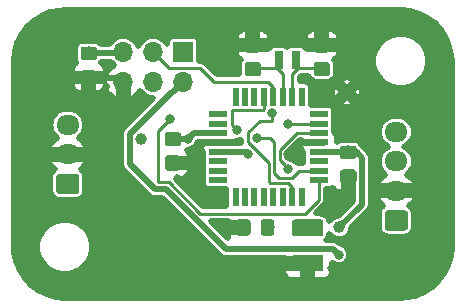
<source format=gbr>
G04 #@! TF.GenerationSoftware,KiCad,Pcbnew,(5.1.4)-1*
G04 #@! TF.CreationDate,2020-03-11T00:03:17-04:00*
G04 #@! TF.ProjectId,Psyduck,50737964-7563-46b2-9e6b-696361645f70,rev?*
G04 #@! TF.SameCoordinates,Original*
G04 #@! TF.FileFunction,Copper,L1,Top*
G04 #@! TF.FilePolarity,Positive*
%FSLAX46Y46*%
G04 Gerber Fmt 4.6, Leading zero omitted, Abs format (unit mm)*
G04 Created by KiCad (PCBNEW (5.1.4)-1) date 2020-03-11 00:03:17*
%MOMM*%
%LPD*%
G04 APERTURE LIST*
%ADD10O,1.950000X1.700000*%
%ADD11C,0.100000*%
%ADD12C,1.700000*%
%ADD13R,0.800000X1.500000*%
%ADD14R,0.550000X1.600000*%
%ADD15R,1.600000X0.550000*%
%ADD16C,1.000000*%
%ADD17C,1.425000*%
%ADD18C,1.150000*%
%ADD19O,1.700000X1.700000*%
%ADD20R,1.700000X1.700000*%
%ADD21C,0.800000*%
%ADD22C,0.508000*%
%ADD23C,0.250000*%
G04 APERTURE END LIST*
D10*
X17780000Y-22940000D03*
X17780000Y-25440000D03*
D11*
G36*
X18529504Y-27091204D02*
G01*
X18553773Y-27094804D01*
X18577571Y-27100765D01*
X18600671Y-27109030D01*
X18622849Y-27119520D01*
X18643893Y-27132133D01*
X18663598Y-27146747D01*
X18681777Y-27163223D01*
X18698253Y-27181402D01*
X18712867Y-27201107D01*
X18725480Y-27222151D01*
X18735970Y-27244329D01*
X18744235Y-27267429D01*
X18750196Y-27291227D01*
X18753796Y-27315496D01*
X18755000Y-27340000D01*
X18755000Y-28540000D01*
X18753796Y-28564504D01*
X18750196Y-28588773D01*
X18744235Y-28612571D01*
X18735970Y-28635671D01*
X18725480Y-28657849D01*
X18712867Y-28678893D01*
X18698253Y-28698598D01*
X18681777Y-28716777D01*
X18663598Y-28733253D01*
X18643893Y-28747867D01*
X18622849Y-28760480D01*
X18600671Y-28770970D01*
X18577571Y-28779235D01*
X18553773Y-28785196D01*
X18529504Y-28788796D01*
X18505000Y-28790000D01*
X17055000Y-28790000D01*
X17030496Y-28788796D01*
X17006227Y-28785196D01*
X16982429Y-28779235D01*
X16959329Y-28770970D01*
X16937151Y-28760480D01*
X16916107Y-28747867D01*
X16896402Y-28733253D01*
X16878223Y-28716777D01*
X16861747Y-28698598D01*
X16847133Y-28678893D01*
X16834520Y-28657849D01*
X16824030Y-28635671D01*
X16815765Y-28612571D01*
X16809804Y-28588773D01*
X16806204Y-28564504D01*
X16805000Y-28540000D01*
X16805000Y-27340000D01*
X16806204Y-27315496D01*
X16809804Y-27291227D01*
X16815765Y-27267429D01*
X16824030Y-27244329D01*
X16834520Y-27222151D01*
X16847133Y-27201107D01*
X16861747Y-27181402D01*
X16878223Y-27163223D01*
X16896402Y-27146747D01*
X16916107Y-27132133D01*
X16937151Y-27119520D01*
X16959329Y-27109030D01*
X16982429Y-27100765D01*
X17006227Y-27094804D01*
X17030496Y-27091204D01*
X17055000Y-27090000D01*
X18505000Y-27090000D01*
X18529504Y-27091204D01*
X18529504Y-27091204D01*
G37*
D12*
X17780000Y-27940000D03*
D13*
X37122800Y-17449800D03*
X35622800Y-17449800D03*
D10*
X45593000Y-23535000D03*
X45593000Y-26035000D03*
X45593000Y-28535000D03*
D11*
G36*
X46342504Y-30186204D02*
G01*
X46366773Y-30189804D01*
X46390571Y-30195765D01*
X46413671Y-30204030D01*
X46435849Y-30214520D01*
X46456893Y-30227133D01*
X46476598Y-30241747D01*
X46494777Y-30258223D01*
X46511253Y-30276402D01*
X46525867Y-30296107D01*
X46538480Y-30317151D01*
X46548970Y-30339329D01*
X46557235Y-30362429D01*
X46563196Y-30386227D01*
X46566796Y-30410496D01*
X46568000Y-30435000D01*
X46568000Y-31635000D01*
X46566796Y-31659504D01*
X46563196Y-31683773D01*
X46557235Y-31707571D01*
X46548970Y-31730671D01*
X46538480Y-31752849D01*
X46525867Y-31773893D01*
X46511253Y-31793598D01*
X46494777Y-31811777D01*
X46476598Y-31828253D01*
X46456893Y-31842867D01*
X46435849Y-31855480D01*
X46413671Y-31865970D01*
X46390571Y-31874235D01*
X46366773Y-31880196D01*
X46342504Y-31883796D01*
X46318000Y-31885000D01*
X44868000Y-31885000D01*
X44843496Y-31883796D01*
X44819227Y-31880196D01*
X44795429Y-31874235D01*
X44772329Y-31865970D01*
X44750151Y-31855480D01*
X44729107Y-31842867D01*
X44709402Y-31828253D01*
X44691223Y-31811777D01*
X44674747Y-31793598D01*
X44660133Y-31773893D01*
X44647520Y-31752849D01*
X44637030Y-31730671D01*
X44628765Y-31707571D01*
X44622804Y-31683773D01*
X44619204Y-31659504D01*
X44618000Y-31635000D01*
X44618000Y-30435000D01*
X44619204Y-30410496D01*
X44622804Y-30386227D01*
X44628765Y-30362429D01*
X44637030Y-30339329D01*
X44647520Y-30317151D01*
X44660133Y-30296107D01*
X44674747Y-30276402D01*
X44691223Y-30258223D01*
X44709402Y-30241747D01*
X44729107Y-30227133D01*
X44750151Y-30214520D01*
X44772329Y-30204030D01*
X44795429Y-30195765D01*
X44819227Y-30189804D01*
X44843496Y-30186204D01*
X44868000Y-30185000D01*
X46318000Y-30185000D01*
X46342504Y-30186204D01*
X46342504Y-30186204D01*
G37*
D12*
X45593000Y-31035000D03*
D14*
X37579000Y-29074000D03*
X36779000Y-29074000D03*
X35979000Y-29074000D03*
X35179000Y-29074000D03*
X34379000Y-29074000D03*
X33579000Y-29074000D03*
X32779000Y-29074000D03*
X31979000Y-29074000D03*
D15*
X30529000Y-27624000D03*
X30529000Y-26824000D03*
X30529000Y-26024000D03*
X30529000Y-25224000D03*
X30529000Y-24424000D03*
X30529000Y-23624000D03*
X30529000Y-22824000D03*
X30529000Y-22024000D03*
D14*
X31979000Y-20574000D03*
X32779000Y-20574000D03*
X33579000Y-20574000D03*
X34379000Y-20574000D03*
X35179000Y-20574000D03*
X35979000Y-20574000D03*
X36779000Y-20574000D03*
X37579000Y-20574000D03*
D15*
X39029000Y-22024000D03*
X39029000Y-22824000D03*
X39029000Y-23624000D03*
X39029000Y-24424000D03*
X39029000Y-25224000D03*
X39029000Y-26024000D03*
X39029000Y-26824000D03*
X39029000Y-27624000D03*
D16*
X24003000Y-24130000D03*
D11*
G36*
X39199504Y-33923204D02*
G01*
X39223773Y-33926804D01*
X39247571Y-33932765D01*
X39270671Y-33941030D01*
X39292849Y-33951520D01*
X39313893Y-33964133D01*
X39333598Y-33978747D01*
X39351777Y-33995223D01*
X39368253Y-34013402D01*
X39382867Y-34033107D01*
X39395480Y-34054151D01*
X39405970Y-34076329D01*
X39414235Y-34099429D01*
X39420196Y-34123227D01*
X39423796Y-34147496D01*
X39425000Y-34172000D01*
X39425000Y-35097000D01*
X39423796Y-35121504D01*
X39420196Y-35145773D01*
X39414235Y-35169571D01*
X39405970Y-35192671D01*
X39395480Y-35214849D01*
X39382867Y-35235893D01*
X39368253Y-35255598D01*
X39351777Y-35273777D01*
X39333598Y-35290253D01*
X39313893Y-35304867D01*
X39292849Y-35317480D01*
X39270671Y-35327970D01*
X39247571Y-35336235D01*
X39223773Y-35342196D01*
X39199504Y-35345796D01*
X39175000Y-35347000D01*
X37025000Y-35347000D01*
X37000496Y-35345796D01*
X36976227Y-35342196D01*
X36952429Y-35336235D01*
X36929329Y-35327970D01*
X36907151Y-35317480D01*
X36886107Y-35304867D01*
X36866402Y-35290253D01*
X36848223Y-35273777D01*
X36831747Y-35255598D01*
X36817133Y-35235893D01*
X36804520Y-35214849D01*
X36794030Y-35192671D01*
X36785765Y-35169571D01*
X36779804Y-35145773D01*
X36776204Y-35121504D01*
X36775000Y-35097000D01*
X36775000Y-34172000D01*
X36776204Y-34147496D01*
X36779804Y-34123227D01*
X36785765Y-34099429D01*
X36794030Y-34076329D01*
X36804520Y-34054151D01*
X36817133Y-34033107D01*
X36831747Y-34013402D01*
X36848223Y-33995223D01*
X36866402Y-33978747D01*
X36886107Y-33964133D01*
X36907151Y-33951520D01*
X36929329Y-33941030D01*
X36952429Y-33932765D01*
X36976227Y-33926804D01*
X37000496Y-33923204D01*
X37025000Y-33922000D01*
X39175000Y-33922000D01*
X39199504Y-33923204D01*
X39199504Y-33923204D01*
G37*
D17*
X38100000Y-34634500D03*
D11*
G36*
X39199504Y-30948204D02*
G01*
X39223773Y-30951804D01*
X39247571Y-30957765D01*
X39270671Y-30966030D01*
X39292849Y-30976520D01*
X39313893Y-30989133D01*
X39333598Y-31003747D01*
X39351777Y-31020223D01*
X39368253Y-31038402D01*
X39382867Y-31058107D01*
X39395480Y-31079151D01*
X39405970Y-31101329D01*
X39414235Y-31124429D01*
X39420196Y-31148227D01*
X39423796Y-31172496D01*
X39425000Y-31197000D01*
X39425000Y-32122000D01*
X39423796Y-32146504D01*
X39420196Y-32170773D01*
X39414235Y-32194571D01*
X39405970Y-32217671D01*
X39395480Y-32239849D01*
X39382867Y-32260893D01*
X39368253Y-32280598D01*
X39351777Y-32298777D01*
X39333598Y-32315253D01*
X39313893Y-32329867D01*
X39292849Y-32342480D01*
X39270671Y-32352970D01*
X39247571Y-32361235D01*
X39223773Y-32367196D01*
X39199504Y-32370796D01*
X39175000Y-32372000D01*
X37025000Y-32372000D01*
X37000496Y-32370796D01*
X36976227Y-32367196D01*
X36952429Y-32361235D01*
X36929329Y-32352970D01*
X36907151Y-32342480D01*
X36886107Y-32329867D01*
X36866402Y-32315253D01*
X36848223Y-32298777D01*
X36831747Y-32280598D01*
X36817133Y-32260893D01*
X36804520Y-32239849D01*
X36794030Y-32217671D01*
X36785765Y-32194571D01*
X36779804Y-32170773D01*
X36776204Y-32146504D01*
X36775000Y-32122000D01*
X36775000Y-31197000D01*
X36776204Y-31172496D01*
X36779804Y-31148227D01*
X36785765Y-31124429D01*
X36794030Y-31101329D01*
X36804520Y-31079151D01*
X36817133Y-31058107D01*
X36831747Y-31038402D01*
X36848223Y-31020223D01*
X36866402Y-31003747D01*
X36886107Y-30989133D01*
X36907151Y-30976520D01*
X36929329Y-30966030D01*
X36952429Y-30957765D01*
X36976227Y-30951804D01*
X37000496Y-30948204D01*
X37025000Y-30947000D01*
X39175000Y-30947000D01*
X39199504Y-30948204D01*
X39199504Y-30948204D01*
G37*
D17*
X38100000Y-31659500D03*
D16*
X40767000Y-31623000D03*
X41402000Y-20193000D03*
D11*
G36*
X32988505Y-30924204D02*
G01*
X33012773Y-30927804D01*
X33036572Y-30933765D01*
X33059671Y-30942030D01*
X33081850Y-30952520D01*
X33102893Y-30965132D01*
X33122599Y-30979747D01*
X33140777Y-30996223D01*
X33157253Y-31014401D01*
X33171868Y-31034107D01*
X33184480Y-31055150D01*
X33194970Y-31077329D01*
X33203235Y-31100428D01*
X33209196Y-31124227D01*
X33212796Y-31148495D01*
X33214000Y-31172999D01*
X33214000Y-32073001D01*
X33212796Y-32097505D01*
X33209196Y-32121773D01*
X33203235Y-32145572D01*
X33194970Y-32168671D01*
X33184480Y-32190850D01*
X33171868Y-32211893D01*
X33157253Y-32231599D01*
X33140777Y-32249777D01*
X33122599Y-32266253D01*
X33102893Y-32280868D01*
X33081850Y-32293480D01*
X33059671Y-32303970D01*
X33036572Y-32312235D01*
X33012773Y-32318196D01*
X32988505Y-32321796D01*
X32964001Y-32323000D01*
X32313999Y-32323000D01*
X32289495Y-32321796D01*
X32265227Y-32318196D01*
X32241428Y-32312235D01*
X32218329Y-32303970D01*
X32196150Y-32293480D01*
X32175107Y-32280868D01*
X32155401Y-32266253D01*
X32137223Y-32249777D01*
X32120747Y-32231599D01*
X32106132Y-32211893D01*
X32093520Y-32190850D01*
X32083030Y-32168671D01*
X32074765Y-32145572D01*
X32068804Y-32121773D01*
X32065204Y-32097505D01*
X32064000Y-32073001D01*
X32064000Y-31172999D01*
X32065204Y-31148495D01*
X32068804Y-31124227D01*
X32074765Y-31100428D01*
X32083030Y-31077329D01*
X32093520Y-31055150D01*
X32106132Y-31034107D01*
X32120747Y-31014401D01*
X32137223Y-30996223D01*
X32155401Y-30979747D01*
X32175107Y-30965132D01*
X32196150Y-30952520D01*
X32218329Y-30942030D01*
X32241428Y-30933765D01*
X32265227Y-30927804D01*
X32289495Y-30924204D01*
X32313999Y-30923000D01*
X32964001Y-30923000D01*
X32988505Y-30924204D01*
X32988505Y-30924204D01*
G37*
D18*
X32639000Y-31623000D03*
D11*
G36*
X35038505Y-30924204D02*
G01*
X35062773Y-30927804D01*
X35086572Y-30933765D01*
X35109671Y-30942030D01*
X35131850Y-30952520D01*
X35152893Y-30965132D01*
X35172599Y-30979747D01*
X35190777Y-30996223D01*
X35207253Y-31014401D01*
X35221868Y-31034107D01*
X35234480Y-31055150D01*
X35244970Y-31077329D01*
X35253235Y-31100428D01*
X35259196Y-31124227D01*
X35262796Y-31148495D01*
X35264000Y-31172999D01*
X35264000Y-32073001D01*
X35262796Y-32097505D01*
X35259196Y-32121773D01*
X35253235Y-32145572D01*
X35244970Y-32168671D01*
X35234480Y-32190850D01*
X35221868Y-32211893D01*
X35207253Y-32231599D01*
X35190777Y-32249777D01*
X35172599Y-32266253D01*
X35152893Y-32280868D01*
X35131850Y-32293480D01*
X35109671Y-32303970D01*
X35086572Y-32312235D01*
X35062773Y-32318196D01*
X35038505Y-32321796D01*
X35014001Y-32323000D01*
X34363999Y-32323000D01*
X34339495Y-32321796D01*
X34315227Y-32318196D01*
X34291428Y-32312235D01*
X34268329Y-32303970D01*
X34246150Y-32293480D01*
X34225107Y-32280868D01*
X34205401Y-32266253D01*
X34187223Y-32249777D01*
X34170747Y-32231599D01*
X34156132Y-32211893D01*
X34143520Y-32190850D01*
X34133030Y-32168671D01*
X34124765Y-32145572D01*
X34118804Y-32121773D01*
X34115204Y-32097505D01*
X34114000Y-32073001D01*
X34114000Y-31172999D01*
X34115204Y-31148495D01*
X34118804Y-31124227D01*
X34124765Y-31100428D01*
X34133030Y-31077329D01*
X34143520Y-31055150D01*
X34156132Y-31034107D01*
X34170747Y-31014401D01*
X34187223Y-30996223D01*
X34205401Y-30979747D01*
X34225107Y-30965132D01*
X34246150Y-30952520D01*
X34268329Y-30942030D01*
X34291428Y-30933765D01*
X34315227Y-30927804D01*
X34339495Y-30924204D01*
X34363999Y-30923000D01*
X35014001Y-30923000D01*
X35038505Y-30924204D01*
X35038505Y-30924204D01*
G37*
D18*
X34689000Y-31623000D03*
D11*
G36*
X42003505Y-26740204D02*
G01*
X42027773Y-26743804D01*
X42051572Y-26749765D01*
X42074671Y-26758030D01*
X42096850Y-26768520D01*
X42117893Y-26781132D01*
X42137599Y-26795747D01*
X42155777Y-26812223D01*
X42172253Y-26830401D01*
X42186868Y-26850107D01*
X42199480Y-26871150D01*
X42209970Y-26893329D01*
X42218235Y-26916428D01*
X42224196Y-26940227D01*
X42227796Y-26964495D01*
X42229000Y-26988999D01*
X42229000Y-27639001D01*
X42227796Y-27663505D01*
X42224196Y-27687773D01*
X42218235Y-27711572D01*
X42209970Y-27734671D01*
X42199480Y-27756850D01*
X42186868Y-27777893D01*
X42172253Y-27797599D01*
X42155777Y-27815777D01*
X42137599Y-27832253D01*
X42117893Y-27846868D01*
X42096850Y-27859480D01*
X42074671Y-27869970D01*
X42051572Y-27878235D01*
X42027773Y-27884196D01*
X42003505Y-27887796D01*
X41979001Y-27889000D01*
X41078999Y-27889000D01*
X41054495Y-27887796D01*
X41030227Y-27884196D01*
X41006428Y-27878235D01*
X40983329Y-27869970D01*
X40961150Y-27859480D01*
X40940107Y-27846868D01*
X40920401Y-27832253D01*
X40902223Y-27815777D01*
X40885747Y-27797599D01*
X40871132Y-27777893D01*
X40858520Y-27756850D01*
X40848030Y-27734671D01*
X40839765Y-27711572D01*
X40833804Y-27687773D01*
X40830204Y-27663505D01*
X40829000Y-27639001D01*
X40829000Y-26988999D01*
X40830204Y-26964495D01*
X40833804Y-26940227D01*
X40839765Y-26916428D01*
X40848030Y-26893329D01*
X40858520Y-26871150D01*
X40871132Y-26850107D01*
X40885747Y-26830401D01*
X40902223Y-26812223D01*
X40920401Y-26795747D01*
X40940107Y-26781132D01*
X40961150Y-26768520D01*
X40983329Y-26758030D01*
X41006428Y-26749765D01*
X41030227Y-26743804D01*
X41054495Y-26740204D01*
X41078999Y-26739000D01*
X41979001Y-26739000D01*
X42003505Y-26740204D01*
X42003505Y-26740204D01*
G37*
D18*
X41529000Y-27314000D03*
D11*
G36*
X42003505Y-24690204D02*
G01*
X42027773Y-24693804D01*
X42051572Y-24699765D01*
X42074671Y-24708030D01*
X42096850Y-24718520D01*
X42117893Y-24731132D01*
X42137599Y-24745747D01*
X42155777Y-24762223D01*
X42172253Y-24780401D01*
X42186868Y-24800107D01*
X42199480Y-24821150D01*
X42209970Y-24843329D01*
X42218235Y-24866428D01*
X42224196Y-24890227D01*
X42227796Y-24914495D01*
X42229000Y-24938999D01*
X42229000Y-25589001D01*
X42227796Y-25613505D01*
X42224196Y-25637773D01*
X42218235Y-25661572D01*
X42209970Y-25684671D01*
X42199480Y-25706850D01*
X42186868Y-25727893D01*
X42172253Y-25747599D01*
X42155777Y-25765777D01*
X42137599Y-25782253D01*
X42117893Y-25796868D01*
X42096850Y-25809480D01*
X42074671Y-25819970D01*
X42051572Y-25828235D01*
X42027773Y-25834196D01*
X42003505Y-25837796D01*
X41979001Y-25839000D01*
X41078999Y-25839000D01*
X41054495Y-25837796D01*
X41030227Y-25834196D01*
X41006428Y-25828235D01*
X40983329Y-25819970D01*
X40961150Y-25809480D01*
X40940107Y-25796868D01*
X40920401Y-25782253D01*
X40902223Y-25765777D01*
X40885747Y-25747599D01*
X40871132Y-25727893D01*
X40858520Y-25706850D01*
X40848030Y-25684671D01*
X40839765Y-25661572D01*
X40833804Y-25637773D01*
X40830204Y-25613505D01*
X40829000Y-25589001D01*
X40829000Y-24938999D01*
X40830204Y-24914495D01*
X40833804Y-24890227D01*
X40839765Y-24866428D01*
X40848030Y-24843329D01*
X40858520Y-24821150D01*
X40871132Y-24800107D01*
X40885747Y-24780401D01*
X40902223Y-24762223D01*
X40920401Y-24745747D01*
X40940107Y-24731132D01*
X40961150Y-24718520D01*
X40983329Y-24708030D01*
X41006428Y-24699765D01*
X41030227Y-24693804D01*
X41054495Y-24690204D01*
X41078999Y-24689000D01*
X41979001Y-24689000D01*
X42003505Y-24690204D01*
X42003505Y-24690204D01*
G37*
D18*
X41529000Y-25264000D03*
D11*
G36*
X27144505Y-25606204D02*
G01*
X27168773Y-25609804D01*
X27192572Y-25615765D01*
X27215671Y-25624030D01*
X27237850Y-25634520D01*
X27258893Y-25647132D01*
X27278599Y-25661747D01*
X27296777Y-25678223D01*
X27313253Y-25696401D01*
X27327868Y-25716107D01*
X27340480Y-25737150D01*
X27350970Y-25759329D01*
X27359235Y-25782428D01*
X27365196Y-25806227D01*
X27368796Y-25830495D01*
X27370000Y-25854999D01*
X27370000Y-26505001D01*
X27368796Y-26529505D01*
X27365196Y-26553773D01*
X27359235Y-26577572D01*
X27350970Y-26600671D01*
X27340480Y-26622850D01*
X27327868Y-26643893D01*
X27313253Y-26663599D01*
X27296777Y-26681777D01*
X27278599Y-26698253D01*
X27258893Y-26712868D01*
X27237850Y-26725480D01*
X27215671Y-26735970D01*
X27192572Y-26744235D01*
X27168773Y-26750196D01*
X27144505Y-26753796D01*
X27120001Y-26755000D01*
X26219999Y-26755000D01*
X26195495Y-26753796D01*
X26171227Y-26750196D01*
X26147428Y-26744235D01*
X26124329Y-26735970D01*
X26102150Y-26725480D01*
X26081107Y-26712868D01*
X26061401Y-26698253D01*
X26043223Y-26681777D01*
X26026747Y-26663599D01*
X26012132Y-26643893D01*
X25999520Y-26622850D01*
X25989030Y-26600671D01*
X25980765Y-26577572D01*
X25974804Y-26553773D01*
X25971204Y-26529505D01*
X25970000Y-26505001D01*
X25970000Y-25854999D01*
X25971204Y-25830495D01*
X25974804Y-25806227D01*
X25980765Y-25782428D01*
X25989030Y-25759329D01*
X25999520Y-25737150D01*
X26012132Y-25716107D01*
X26026747Y-25696401D01*
X26043223Y-25678223D01*
X26061401Y-25661747D01*
X26081107Y-25647132D01*
X26102150Y-25634520D01*
X26124329Y-25624030D01*
X26147428Y-25615765D01*
X26171227Y-25609804D01*
X26195495Y-25606204D01*
X26219999Y-25605000D01*
X27120001Y-25605000D01*
X27144505Y-25606204D01*
X27144505Y-25606204D01*
G37*
D18*
X26670000Y-26180000D03*
D11*
G36*
X27144505Y-23556204D02*
G01*
X27168773Y-23559804D01*
X27192572Y-23565765D01*
X27215671Y-23574030D01*
X27237850Y-23584520D01*
X27258893Y-23597132D01*
X27278599Y-23611747D01*
X27296777Y-23628223D01*
X27313253Y-23646401D01*
X27327868Y-23666107D01*
X27340480Y-23687150D01*
X27350970Y-23709329D01*
X27359235Y-23732428D01*
X27365196Y-23756227D01*
X27368796Y-23780495D01*
X27370000Y-23804999D01*
X27370000Y-24455001D01*
X27368796Y-24479505D01*
X27365196Y-24503773D01*
X27359235Y-24527572D01*
X27350970Y-24550671D01*
X27340480Y-24572850D01*
X27327868Y-24593893D01*
X27313253Y-24613599D01*
X27296777Y-24631777D01*
X27278599Y-24648253D01*
X27258893Y-24662868D01*
X27237850Y-24675480D01*
X27215671Y-24685970D01*
X27192572Y-24694235D01*
X27168773Y-24700196D01*
X27144505Y-24703796D01*
X27120001Y-24705000D01*
X26219999Y-24705000D01*
X26195495Y-24703796D01*
X26171227Y-24700196D01*
X26147428Y-24694235D01*
X26124329Y-24685970D01*
X26102150Y-24675480D01*
X26081107Y-24662868D01*
X26061401Y-24648253D01*
X26043223Y-24631777D01*
X26026747Y-24613599D01*
X26012132Y-24593893D01*
X25999520Y-24572850D01*
X25989030Y-24550671D01*
X25980765Y-24527572D01*
X25974804Y-24503773D01*
X25971204Y-24479505D01*
X25970000Y-24455001D01*
X25970000Y-23804999D01*
X25971204Y-23780495D01*
X25974804Y-23756227D01*
X25980765Y-23732428D01*
X25989030Y-23709329D01*
X25999520Y-23687150D01*
X26012132Y-23666107D01*
X26026747Y-23646401D01*
X26043223Y-23628223D01*
X26061401Y-23611747D01*
X26081107Y-23597132D01*
X26102150Y-23584520D01*
X26124329Y-23574030D01*
X26147428Y-23565765D01*
X26171227Y-23559804D01*
X26195495Y-23556204D01*
X26219999Y-23555000D01*
X27120001Y-23555000D01*
X27144505Y-23556204D01*
X27144505Y-23556204D01*
G37*
D18*
X26670000Y-24130000D03*
D11*
G36*
X20032505Y-18358204D02*
G01*
X20056773Y-18361804D01*
X20080572Y-18367765D01*
X20103671Y-18376030D01*
X20125850Y-18386520D01*
X20146893Y-18399132D01*
X20166599Y-18413747D01*
X20184777Y-18430223D01*
X20201253Y-18448401D01*
X20215868Y-18468107D01*
X20228480Y-18489150D01*
X20238970Y-18511329D01*
X20247235Y-18534428D01*
X20253196Y-18558227D01*
X20256796Y-18582495D01*
X20258000Y-18606999D01*
X20258000Y-19257001D01*
X20256796Y-19281505D01*
X20253196Y-19305773D01*
X20247235Y-19329572D01*
X20238970Y-19352671D01*
X20228480Y-19374850D01*
X20215868Y-19395893D01*
X20201253Y-19415599D01*
X20184777Y-19433777D01*
X20166599Y-19450253D01*
X20146893Y-19464868D01*
X20125850Y-19477480D01*
X20103671Y-19487970D01*
X20080572Y-19496235D01*
X20056773Y-19502196D01*
X20032505Y-19505796D01*
X20008001Y-19507000D01*
X19107999Y-19507000D01*
X19083495Y-19505796D01*
X19059227Y-19502196D01*
X19035428Y-19496235D01*
X19012329Y-19487970D01*
X18990150Y-19477480D01*
X18969107Y-19464868D01*
X18949401Y-19450253D01*
X18931223Y-19433777D01*
X18914747Y-19415599D01*
X18900132Y-19395893D01*
X18887520Y-19374850D01*
X18877030Y-19352671D01*
X18868765Y-19329572D01*
X18862804Y-19305773D01*
X18859204Y-19281505D01*
X18858000Y-19257001D01*
X18858000Y-18606999D01*
X18859204Y-18582495D01*
X18862804Y-18558227D01*
X18868765Y-18534428D01*
X18877030Y-18511329D01*
X18887520Y-18489150D01*
X18900132Y-18468107D01*
X18914747Y-18448401D01*
X18931223Y-18430223D01*
X18949401Y-18413747D01*
X18969107Y-18399132D01*
X18990150Y-18386520D01*
X19012329Y-18376030D01*
X19035428Y-18367765D01*
X19059227Y-18361804D01*
X19083495Y-18358204D01*
X19107999Y-18357000D01*
X20008001Y-18357000D01*
X20032505Y-18358204D01*
X20032505Y-18358204D01*
G37*
D18*
X19558000Y-18932000D03*
D11*
G36*
X20032505Y-16308204D02*
G01*
X20056773Y-16311804D01*
X20080572Y-16317765D01*
X20103671Y-16326030D01*
X20125850Y-16336520D01*
X20146893Y-16349132D01*
X20166599Y-16363747D01*
X20184777Y-16380223D01*
X20201253Y-16398401D01*
X20215868Y-16418107D01*
X20228480Y-16439150D01*
X20238970Y-16461329D01*
X20247235Y-16484428D01*
X20253196Y-16508227D01*
X20256796Y-16532495D01*
X20258000Y-16556999D01*
X20258000Y-17207001D01*
X20256796Y-17231505D01*
X20253196Y-17255773D01*
X20247235Y-17279572D01*
X20238970Y-17302671D01*
X20228480Y-17324850D01*
X20215868Y-17345893D01*
X20201253Y-17365599D01*
X20184777Y-17383777D01*
X20166599Y-17400253D01*
X20146893Y-17414868D01*
X20125850Y-17427480D01*
X20103671Y-17437970D01*
X20080572Y-17446235D01*
X20056773Y-17452196D01*
X20032505Y-17455796D01*
X20008001Y-17457000D01*
X19107999Y-17457000D01*
X19083495Y-17455796D01*
X19059227Y-17452196D01*
X19035428Y-17446235D01*
X19012329Y-17437970D01*
X18990150Y-17427480D01*
X18969107Y-17414868D01*
X18949401Y-17400253D01*
X18931223Y-17383777D01*
X18914747Y-17365599D01*
X18900132Y-17345893D01*
X18887520Y-17324850D01*
X18877030Y-17302671D01*
X18868765Y-17279572D01*
X18862804Y-17255773D01*
X18859204Y-17231505D01*
X18858000Y-17207001D01*
X18858000Y-16556999D01*
X18859204Y-16532495D01*
X18862804Y-16508227D01*
X18868765Y-16484428D01*
X18877030Y-16461329D01*
X18887520Y-16439150D01*
X18900132Y-16418107D01*
X18914747Y-16398401D01*
X18931223Y-16380223D01*
X18949401Y-16363747D01*
X18969107Y-16349132D01*
X18990150Y-16336520D01*
X19012329Y-16326030D01*
X19035428Y-16317765D01*
X19059227Y-16311804D01*
X19083495Y-16308204D01*
X19107999Y-16307000D01*
X20008001Y-16307000D01*
X20032505Y-16308204D01*
X20032505Y-16308204D01*
G37*
D18*
X19558000Y-16882000D03*
D11*
G36*
X33926305Y-15588004D02*
G01*
X33950573Y-15591604D01*
X33974372Y-15597565D01*
X33997471Y-15605830D01*
X34019650Y-15616320D01*
X34040693Y-15628932D01*
X34060399Y-15643547D01*
X34078577Y-15660023D01*
X34095053Y-15678201D01*
X34109668Y-15697907D01*
X34122280Y-15718950D01*
X34132770Y-15741129D01*
X34141035Y-15764228D01*
X34146996Y-15788027D01*
X34150596Y-15812295D01*
X34151800Y-15836799D01*
X34151800Y-16486801D01*
X34150596Y-16511305D01*
X34146996Y-16535573D01*
X34141035Y-16559372D01*
X34132770Y-16582471D01*
X34122280Y-16604650D01*
X34109668Y-16625693D01*
X34095053Y-16645399D01*
X34078577Y-16663577D01*
X34060399Y-16680053D01*
X34040693Y-16694668D01*
X34019650Y-16707280D01*
X33997471Y-16717770D01*
X33974372Y-16726035D01*
X33950573Y-16731996D01*
X33926305Y-16735596D01*
X33901801Y-16736800D01*
X33001799Y-16736800D01*
X32977295Y-16735596D01*
X32953027Y-16731996D01*
X32929228Y-16726035D01*
X32906129Y-16717770D01*
X32883950Y-16707280D01*
X32862907Y-16694668D01*
X32843201Y-16680053D01*
X32825023Y-16663577D01*
X32808547Y-16645399D01*
X32793932Y-16625693D01*
X32781320Y-16604650D01*
X32770830Y-16582471D01*
X32762565Y-16559372D01*
X32756604Y-16535573D01*
X32753004Y-16511305D01*
X32751800Y-16486801D01*
X32751800Y-15836799D01*
X32753004Y-15812295D01*
X32756604Y-15788027D01*
X32762565Y-15764228D01*
X32770830Y-15741129D01*
X32781320Y-15718950D01*
X32793932Y-15697907D01*
X32808547Y-15678201D01*
X32825023Y-15660023D01*
X32843201Y-15643547D01*
X32862907Y-15628932D01*
X32883950Y-15616320D01*
X32906129Y-15605830D01*
X32929228Y-15597565D01*
X32953027Y-15591604D01*
X32977295Y-15588004D01*
X33001799Y-15586800D01*
X33901801Y-15586800D01*
X33926305Y-15588004D01*
X33926305Y-15588004D01*
G37*
D18*
X33451800Y-16161800D03*
D11*
G36*
X33926305Y-17638004D02*
G01*
X33950573Y-17641604D01*
X33974372Y-17647565D01*
X33997471Y-17655830D01*
X34019650Y-17666320D01*
X34040693Y-17678932D01*
X34060399Y-17693547D01*
X34078577Y-17710023D01*
X34095053Y-17728201D01*
X34109668Y-17747907D01*
X34122280Y-17768950D01*
X34132770Y-17791129D01*
X34141035Y-17814228D01*
X34146996Y-17838027D01*
X34150596Y-17862295D01*
X34151800Y-17886799D01*
X34151800Y-18536801D01*
X34150596Y-18561305D01*
X34146996Y-18585573D01*
X34141035Y-18609372D01*
X34132770Y-18632471D01*
X34122280Y-18654650D01*
X34109668Y-18675693D01*
X34095053Y-18695399D01*
X34078577Y-18713577D01*
X34060399Y-18730053D01*
X34040693Y-18744668D01*
X34019650Y-18757280D01*
X33997471Y-18767770D01*
X33974372Y-18776035D01*
X33950573Y-18781996D01*
X33926305Y-18785596D01*
X33901801Y-18786800D01*
X33001799Y-18786800D01*
X32977295Y-18785596D01*
X32953027Y-18781996D01*
X32929228Y-18776035D01*
X32906129Y-18767770D01*
X32883950Y-18757280D01*
X32862907Y-18744668D01*
X32843201Y-18730053D01*
X32825023Y-18713577D01*
X32808547Y-18695399D01*
X32793932Y-18675693D01*
X32781320Y-18654650D01*
X32770830Y-18632471D01*
X32762565Y-18609372D01*
X32756604Y-18585573D01*
X32753004Y-18561305D01*
X32751800Y-18536801D01*
X32751800Y-17886799D01*
X32753004Y-17862295D01*
X32756604Y-17838027D01*
X32762565Y-17814228D01*
X32770830Y-17791129D01*
X32781320Y-17768950D01*
X32793932Y-17747907D01*
X32808547Y-17728201D01*
X32825023Y-17710023D01*
X32843201Y-17693547D01*
X32862907Y-17678932D01*
X32883950Y-17666320D01*
X32906129Y-17655830D01*
X32929228Y-17647565D01*
X32953027Y-17641604D01*
X32977295Y-17638004D01*
X33001799Y-17636800D01*
X33901801Y-17636800D01*
X33926305Y-17638004D01*
X33926305Y-17638004D01*
G37*
D18*
X33451800Y-18211800D03*
D11*
G36*
X39768305Y-15588004D02*
G01*
X39792573Y-15591604D01*
X39816372Y-15597565D01*
X39839471Y-15605830D01*
X39861650Y-15616320D01*
X39882693Y-15628932D01*
X39902399Y-15643547D01*
X39920577Y-15660023D01*
X39937053Y-15678201D01*
X39951668Y-15697907D01*
X39964280Y-15718950D01*
X39974770Y-15741129D01*
X39983035Y-15764228D01*
X39988996Y-15788027D01*
X39992596Y-15812295D01*
X39993800Y-15836799D01*
X39993800Y-16486801D01*
X39992596Y-16511305D01*
X39988996Y-16535573D01*
X39983035Y-16559372D01*
X39974770Y-16582471D01*
X39964280Y-16604650D01*
X39951668Y-16625693D01*
X39937053Y-16645399D01*
X39920577Y-16663577D01*
X39902399Y-16680053D01*
X39882693Y-16694668D01*
X39861650Y-16707280D01*
X39839471Y-16717770D01*
X39816372Y-16726035D01*
X39792573Y-16731996D01*
X39768305Y-16735596D01*
X39743801Y-16736800D01*
X38843799Y-16736800D01*
X38819295Y-16735596D01*
X38795027Y-16731996D01*
X38771228Y-16726035D01*
X38748129Y-16717770D01*
X38725950Y-16707280D01*
X38704907Y-16694668D01*
X38685201Y-16680053D01*
X38667023Y-16663577D01*
X38650547Y-16645399D01*
X38635932Y-16625693D01*
X38623320Y-16604650D01*
X38612830Y-16582471D01*
X38604565Y-16559372D01*
X38598604Y-16535573D01*
X38595004Y-16511305D01*
X38593800Y-16486801D01*
X38593800Y-15836799D01*
X38595004Y-15812295D01*
X38598604Y-15788027D01*
X38604565Y-15764228D01*
X38612830Y-15741129D01*
X38623320Y-15718950D01*
X38635932Y-15697907D01*
X38650547Y-15678201D01*
X38667023Y-15660023D01*
X38685201Y-15643547D01*
X38704907Y-15628932D01*
X38725950Y-15616320D01*
X38748129Y-15605830D01*
X38771228Y-15597565D01*
X38795027Y-15591604D01*
X38819295Y-15588004D01*
X38843799Y-15586800D01*
X39743801Y-15586800D01*
X39768305Y-15588004D01*
X39768305Y-15588004D01*
G37*
D18*
X39293800Y-16161800D03*
D11*
G36*
X39768305Y-17638004D02*
G01*
X39792573Y-17641604D01*
X39816372Y-17647565D01*
X39839471Y-17655830D01*
X39861650Y-17666320D01*
X39882693Y-17678932D01*
X39902399Y-17693547D01*
X39920577Y-17710023D01*
X39937053Y-17728201D01*
X39951668Y-17747907D01*
X39964280Y-17768950D01*
X39974770Y-17791129D01*
X39983035Y-17814228D01*
X39988996Y-17838027D01*
X39992596Y-17862295D01*
X39993800Y-17886799D01*
X39993800Y-18536801D01*
X39992596Y-18561305D01*
X39988996Y-18585573D01*
X39983035Y-18609372D01*
X39974770Y-18632471D01*
X39964280Y-18654650D01*
X39951668Y-18675693D01*
X39937053Y-18695399D01*
X39920577Y-18713577D01*
X39902399Y-18730053D01*
X39882693Y-18744668D01*
X39861650Y-18757280D01*
X39839471Y-18767770D01*
X39816372Y-18776035D01*
X39792573Y-18781996D01*
X39768305Y-18785596D01*
X39743801Y-18786800D01*
X38843799Y-18786800D01*
X38819295Y-18785596D01*
X38795027Y-18781996D01*
X38771228Y-18776035D01*
X38748129Y-18767770D01*
X38725950Y-18757280D01*
X38704907Y-18744668D01*
X38685201Y-18730053D01*
X38667023Y-18713577D01*
X38650547Y-18695399D01*
X38635932Y-18675693D01*
X38623320Y-18654650D01*
X38612830Y-18632471D01*
X38604565Y-18609372D01*
X38598604Y-18585573D01*
X38595004Y-18561305D01*
X38593800Y-18536801D01*
X38593800Y-17886799D01*
X38595004Y-17862295D01*
X38598604Y-17838027D01*
X38604565Y-17814228D01*
X38612830Y-17791129D01*
X38623320Y-17768950D01*
X38635932Y-17747907D01*
X38650547Y-17728201D01*
X38667023Y-17710023D01*
X38685201Y-17693547D01*
X38704907Y-17678932D01*
X38725950Y-17666320D01*
X38748129Y-17655830D01*
X38771228Y-17647565D01*
X38795027Y-17641604D01*
X38819295Y-17638004D01*
X38843799Y-17636800D01*
X39743801Y-17636800D01*
X39768305Y-17638004D01*
X39768305Y-17638004D01*
G37*
D18*
X39293800Y-18211800D03*
D19*
X22479000Y-19304000D03*
X22479000Y-16764000D03*
X25019000Y-19304000D03*
X25019000Y-16764000D03*
X27559000Y-19304000D03*
D20*
X27559000Y-16764000D03*
D21*
X41402000Y-20193000D03*
X40767000Y-29337000D03*
X36449000Y-25400000D03*
X32639000Y-31623000D03*
X27940000Y-26162000D03*
X40767000Y-31623000D03*
X38100000Y-31623000D03*
X34671000Y-31623000D03*
X27940000Y-24130000D03*
X33020000Y-25400000D03*
X40717000Y-33923000D03*
X35104000Y-21974002D03*
X33785040Y-24052610D03*
X26416000Y-22479000D03*
X36449000Y-22860000D03*
X36449000Y-26670000D03*
X24003000Y-24130000D03*
X32067457Y-23360333D03*
D22*
X22107000Y-18932000D02*
X22479000Y-19304000D01*
X19558000Y-18932000D02*
X22107000Y-18932000D01*
X37425000Y-24424000D02*
X39029000Y-24424000D01*
X36449000Y-25400000D02*
X37425000Y-24424000D01*
X30529000Y-24424000D02*
X29436798Y-24424000D01*
X29436798Y-24424000D02*
X27940000Y-25920798D01*
X27940000Y-25920798D02*
X27940000Y-26180000D01*
D23*
X27922000Y-26180000D02*
X27940000Y-26162000D01*
D22*
X26670000Y-26180000D02*
X27922000Y-26180000D01*
D23*
X41489000Y-25224000D02*
X41529000Y-25264000D01*
D22*
X28446000Y-23624000D02*
X30529000Y-23624000D01*
X27940000Y-24130000D02*
X27940000Y-24130000D01*
X39069000Y-25264000D02*
X39029000Y-25224000D01*
X41529000Y-25264000D02*
X39069000Y-25264000D01*
X27940000Y-24130000D02*
X28446000Y-23624000D01*
X42229000Y-25264000D02*
X41529000Y-25264000D01*
X42683010Y-25718010D02*
X42229000Y-25264000D01*
X42683010Y-29706990D02*
X42683010Y-25718010D01*
X40767000Y-31623000D02*
X42683010Y-29706990D01*
X26670000Y-24130000D02*
X27940000Y-24130000D01*
X30529000Y-25224000D02*
X32844000Y-25224000D01*
D23*
X32844000Y-25224000D02*
X33020000Y-25400000D01*
D22*
X40261990Y-33467990D02*
X40717000Y-33923000D01*
X31175556Y-33467990D02*
X40261990Y-33467990D01*
X26093567Y-28386001D02*
X31175556Y-33467990D01*
X25160167Y-28386001D02*
X26093567Y-28386001D01*
X23048999Y-26274833D02*
X25160167Y-28386001D01*
X23048999Y-23672079D02*
X23048999Y-26274833D01*
X26567079Y-20153999D02*
X23048999Y-23672079D01*
X26709001Y-20153999D02*
X26567079Y-20153999D01*
X27559000Y-19304000D02*
X26709001Y-20153999D01*
D23*
X35979000Y-18631000D02*
X35497800Y-18149800D01*
X35979000Y-20574000D02*
X35979000Y-18631000D01*
X33513800Y-18149800D02*
X33451800Y-18211800D01*
X35497800Y-18149800D02*
X33513800Y-18149800D01*
X36779000Y-18618600D02*
X37247800Y-18149800D01*
X36779000Y-20574000D02*
X36779000Y-18618600D01*
X39231800Y-18149800D02*
X39293800Y-18211800D01*
X37247800Y-18149800D02*
X39231800Y-18149800D01*
D22*
X22361000Y-16882000D02*
X22479000Y-16764000D01*
X19558000Y-16882000D02*
X22361000Y-16882000D01*
D23*
X36779000Y-28213998D02*
X36779000Y-29074000D01*
X35104000Y-21974002D02*
X35104000Y-22623998D01*
X34900009Y-27845011D02*
X36410013Y-27845011D01*
X36410013Y-27845011D02*
X36779000Y-28213998D01*
X34015412Y-22623998D02*
X35104000Y-22623998D01*
X33060039Y-23579371D02*
X34015412Y-22623998D01*
X33060039Y-24400611D02*
X33060039Y-23579371D01*
X34823979Y-26164551D02*
X33060039Y-24400611D01*
X34823979Y-27768981D02*
X34823979Y-26164551D01*
X34900009Y-27845011D02*
X34823979Y-27768981D01*
X37368002Y-26824000D02*
X36797001Y-27395001D01*
X39029000Y-26824000D02*
X37368002Y-26824000D01*
X36797001Y-27395001D02*
X35650001Y-27395001D01*
X35650001Y-27395001D02*
X35273989Y-27018989D01*
X35273989Y-27018989D02*
X35273989Y-24416011D01*
X34910588Y-24052610D02*
X33785040Y-24052610D01*
X35273989Y-24416011D02*
X34910588Y-24052610D01*
X26383999Y-18128999D02*
X25019000Y-16764000D01*
X30164000Y-19304000D02*
X28988999Y-18128999D01*
X35179000Y-19713998D02*
X34769002Y-19304000D01*
X35179000Y-20574000D02*
X35179000Y-19713998D01*
X28988999Y-18128999D02*
X26383999Y-18128999D01*
X34769002Y-19304000D02*
X30164000Y-19304000D01*
X39029000Y-29284002D02*
X37833002Y-30480000D01*
X39029000Y-27624000D02*
X39029000Y-29284002D01*
X37833002Y-30480000D02*
X30734000Y-30480000D01*
X30734000Y-30480000D02*
X30651810Y-30480000D01*
X26416000Y-22479000D02*
X26416000Y-22479000D01*
X25400000Y-23495000D02*
X26416000Y-22479000D01*
X25400000Y-27806991D02*
X25400000Y-23495000D01*
X26333399Y-27806991D02*
X25400000Y-27806991D01*
X30734000Y-30480000D02*
X29006408Y-30480000D01*
X29006408Y-30480000D02*
X26333399Y-27806991D01*
X38993000Y-22860000D02*
X39029000Y-22824000D01*
X36449000Y-22860000D02*
X38993000Y-22860000D01*
X36049001Y-26270001D02*
X36449000Y-26670000D01*
X35723999Y-25051999D02*
X35723999Y-25944999D01*
X35723999Y-25944999D02*
X36049001Y-26270001D01*
X37151998Y-23624000D02*
X35723999Y-25051999D01*
X39029000Y-23624000D02*
X37151998Y-23624000D01*
X31667458Y-22960334D02*
X31667458Y-21699001D01*
X32067457Y-23360333D02*
X31667458Y-22960334D01*
X34379000Y-21624000D02*
X34379000Y-20574000D01*
X34303999Y-21699001D02*
X34379000Y-21624000D01*
X31667458Y-21699001D02*
X34303999Y-21699001D01*
X30476000Y-21971000D02*
X30529000Y-22024000D01*
D22*
G36*
X46755926Y-13307094D02*
G01*
X47511670Y-13520236D01*
X48215914Y-13867531D01*
X48845073Y-14337346D01*
X49378086Y-14913956D01*
X49797091Y-15578039D01*
X50088059Y-16307357D01*
X50243305Y-17087828D01*
X50267001Y-17539984D01*
X50267000Y-33249564D01*
X50192906Y-34055926D01*
X49979763Y-34811672D01*
X49632469Y-35515914D01*
X49162651Y-36145076D01*
X48586045Y-36678086D01*
X47921965Y-37097088D01*
X47192644Y-37388059D01*
X46412172Y-37543305D01*
X45960034Y-37567000D01*
X17550436Y-37567000D01*
X16744074Y-37492906D01*
X15988328Y-37279763D01*
X15284086Y-36932469D01*
X14654924Y-36462651D01*
X14121914Y-35886045D01*
X13702912Y-35221965D01*
X13411941Y-34492644D01*
X13256695Y-33712172D01*
X13233000Y-33260034D01*
X13233000Y-33045522D01*
X15206224Y-33045522D01*
X15206224Y-33502478D01*
X15295372Y-33950654D01*
X15470242Y-34372826D01*
X15724113Y-34752771D01*
X16047229Y-35075887D01*
X16427174Y-35329758D01*
X16849346Y-35504628D01*
X17297522Y-35593776D01*
X17754478Y-35593776D01*
X18202654Y-35504628D01*
X18583200Y-35347000D01*
X36009313Y-35347000D01*
X36024025Y-35496378D01*
X36067597Y-35640016D01*
X36138355Y-35772393D01*
X36233578Y-35888422D01*
X36349607Y-35983645D01*
X36481984Y-36054403D01*
X36625622Y-36097975D01*
X36775000Y-36112687D01*
X37528500Y-36109000D01*
X37719000Y-35918500D01*
X37719000Y-35015500D01*
X36203500Y-35015500D01*
X36013000Y-35206000D01*
X36009313Y-35347000D01*
X18583200Y-35347000D01*
X18624826Y-35329758D01*
X19004771Y-35075887D01*
X19327887Y-34752771D01*
X19581758Y-34372826D01*
X19756628Y-33950654D01*
X19845776Y-33502478D01*
X19845776Y-33045522D01*
X19756628Y-32597346D01*
X19581758Y-32175174D01*
X19327887Y-31795229D01*
X19004771Y-31472113D01*
X18624826Y-31218242D01*
X18202654Y-31043372D01*
X17754478Y-30954224D01*
X17297522Y-30954224D01*
X16849346Y-31043372D01*
X16427174Y-31218242D01*
X16047229Y-31472113D01*
X15724113Y-31795229D01*
X15470242Y-32175174D01*
X15295372Y-32597346D01*
X15206224Y-33045522D01*
X13233000Y-33045522D01*
X13233000Y-26061337D01*
X16167558Y-26061337D01*
X16225095Y-26162454D01*
X16393514Y-26427533D01*
X16610411Y-26654662D01*
X16662859Y-26691482D01*
X16632513Y-26707703D01*
X16517276Y-26802276D01*
X16422703Y-26917513D01*
X16352429Y-27048986D01*
X16309155Y-27191642D01*
X16294543Y-27340000D01*
X16294543Y-28540000D01*
X16309155Y-28688358D01*
X16352429Y-28831014D01*
X16422703Y-28962487D01*
X16517276Y-29077724D01*
X16632513Y-29172297D01*
X16763986Y-29242571D01*
X16906642Y-29285845D01*
X17055000Y-29300457D01*
X18505000Y-29300457D01*
X18653358Y-29285845D01*
X18796014Y-29242571D01*
X18927487Y-29172297D01*
X19042724Y-29077724D01*
X19137297Y-28962487D01*
X19207571Y-28831014D01*
X19250845Y-28688358D01*
X19265457Y-28540000D01*
X19265457Y-27340000D01*
X19250845Y-27191642D01*
X19207571Y-27048986D01*
X19137297Y-26917513D01*
X19042724Y-26802276D01*
X18927487Y-26707703D01*
X18897141Y-26691482D01*
X18949589Y-26654662D01*
X19166486Y-26427533D01*
X19334905Y-26162454D01*
X19392442Y-26061337D01*
X19274489Y-25821000D01*
X18161000Y-25821000D01*
X18161000Y-25841000D01*
X17399000Y-25841000D01*
X17399000Y-25821000D01*
X16285511Y-25821000D01*
X16167558Y-26061337D01*
X13233000Y-26061337D01*
X13233000Y-24818663D01*
X16167558Y-24818663D01*
X16285511Y-25059000D01*
X17399000Y-25059000D01*
X17399000Y-25039000D01*
X18161000Y-25039000D01*
X18161000Y-25059000D01*
X19274489Y-25059000D01*
X19392442Y-24818663D01*
X19334905Y-24717546D01*
X19166486Y-24452467D01*
X18949589Y-24225338D01*
X18696196Y-24047448D01*
X18869897Y-23904897D01*
X19039598Y-23698114D01*
X19165698Y-23462198D01*
X19243350Y-23206214D01*
X19269570Y-22940000D01*
X19243350Y-22673786D01*
X19165698Y-22417802D01*
X19039598Y-22181886D01*
X18869897Y-21975103D01*
X18663114Y-21805402D01*
X18427198Y-21679302D01*
X18171214Y-21601650D01*
X17971706Y-21582000D01*
X17588294Y-21582000D01*
X17388786Y-21601650D01*
X17132802Y-21679302D01*
X16896886Y-21805402D01*
X16690103Y-21975103D01*
X16520402Y-22181886D01*
X16394302Y-22417802D01*
X16316650Y-22673786D01*
X16290430Y-22940000D01*
X16316650Y-23206214D01*
X16394302Y-23462198D01*
X16520402Y-23698114D01*
X16690103Y-23904897D01*
X16863804Y-24047448D01*
X16610411Y-24225338D01*
X16393514Y-24452467D01*
X16225095Y-24717546D01*
X16167558Y-24818663D01*
X13233000Y-24818663D01*
X13233000Y-19507000D01*
X18092313Y-19507000D01*
X18107025Y-19656378D01*
X18150597Y-19800016D01*
X18221355Y-19932393D01*
X18316578Y-20048422D01*
X18432607Y-20143645D01*
X18564984Y-20214403D01*
X18708622Y-20257975D01*
X18858000Y-20272687D01*
X18986500Y-20269000D01*
X19177000Y-20078500D01*
X19177000Y-19253000D01*
X18286500Y-19253000D01*
X18096000Y-19443500D01*
X18092313Y-19507000D01*
X13233000Y-19507000D01*
X13233000Y-18357000D01*
X18092313Y-18357000D01*
X18096000Y-18420500D01*
X18286500Y-18611000D01*
X19177000Y-18611000D01*
X19177000Y-18531000D01*
X19939000Y-18531000D01*
X19939000Y-18611000D01*
X20829500Y-18611000D01*
X21020000Y-18420500D01*
X21023687Y-18357000D01*
X21008975Y-18207622D01*
X20965403Y-18063984D01*
X20894645Y-17931607D01*
X20799422Y-17815578D01*
X20683393Y-17720355D01*
X20601603Y-17676637D01*
X20628387Y-17644000D01*
X21444430Y-17644000D01*
X21514103Y-17728897D01*
X21714290Y-17893185D01*
X21587423Y-17960989D01*
X21342546Y-18160733D01*
X21141342Y-18404412D01*
X20991544Y-18682661D01*
X21103157Y-18922998D01*
X20867000Y-18922998D01*
X20867000Y-19290500D01*
X20829500Y-19253000D01*
X19939000Y-19253000D01*
X19939000Y-20078500D01*
X20129500Y-20269000D01*
X20258000Y-20272687D01*
X20407378Y-20257975D01*
X20551016Y-20214403D01*
X20683393Y-20143645D01*
X20799422Y-20048422D01*
X20894645Y-19932393D01*
X20965403Y-19800016D01*
X21000292Y-19685002D01*
X21103157Y-19685002D01*
X20991544Y-19925339D01*
X21141342Y-20203588D01*
X21342546Y-20447267D01*
X21587423Y-20647011D01*
X21857663Y-20791442D01*
X22098000Y-20673489D01*
X22098000Y-19685000D01*
X22078000Y-19685000D01*
X22078000Y-18923000D01*
X22098000Y-18923000D01*
X22098000Y-18903000D01*
X22860000Y-18903000D01*
X22860000Y-18923000D01*
X22880000Y-18923000D01*
X22880000Y-19685000D01*
X22860000Y-19685000D01*
X22860000Y-20673489D01*
X23100337Y-20791442D01*
X23370577Y-20647011D01*
X23615454Y-20447267D01*
X23816658Y-20203588D01*
X23889486Y-20068309D01*
X24054103Y-20268897D01*
X24260886Y-20438598D01*
X24496802Y-20564698D01*
X24752786Y-20642350D01*
X24952294Y-20662000D01*
X24981447Y-20662000D01*
X22536653Y-23106795D01*
X22507577Y-23130657D01*
X22467490Y-23179504D01*
X22412354Y-23246687D01*
X22389150Y-23290099D01*
X22341597Y-23379065D01*
X22298025Y-23522702D01*
X22286999Y-23634653D01*
X22283313Y-23672079D01*
X22286999Y-23709502D01*
X22287000Y-26237400D01*
X22283313Y-26274833D01*
X22298026Y-26424211D01*
X22341598Y-26567848D01*
X22412354Y-26700225D01*
X22460943Y-26759430D01*
X22507578Y-26816255D01*
X22536648Y-26840112D01*
X24594887Y-28898352D01*
X24618745Y-28927423D01*
X24734775Y-29022646D01*
X24867152Y-29093403D01*
X25010789Y-29136975D01*
X25122741Y-29148001D01*
X25122743Y-29148001D01*
X25160166Y-29151687D01*
X25197589Y-29148001D01*
X25777937Y-29148001D01*
X30610276Y-33980341D01*
X30634134Y-34009412D01*
X30663204Y-34033269D01*
X30750163Y-34104635D01*
X30800741Y-34131669D01*
X30882541Y-34175392D01*
X31026178Y-34218964D01*
X31138130Y-34229990D01*
X31138133Y-34229990D01*
X31175556Y-34233676D01*
X31212979Y-34229990D01*
X36179990Y-34229990D01*
X36203500Y-34253500D01*
X37719000Y-34253500D01*
X37719000Y-34233500D01*
X38481000Y-34233500D01*
X38481000Y-34253500D01*
X38501000Y-34253500D01*
X38501000Y-35015500D01*
X38481000Y-35015500D01*
X38481000Y-35918500D01*
X38671500Y-36109000D01*
X39425000Y-36112687D01*
X39574378Y-36097975D01*
X39718016Y-36054403D01*
X39850393Y-35983645D01*
X39966422Y-35888422D01*
X40061645Y-35772393D01*
X40132403Y-35640016D01*
X40175975Y-35496378D01*
X40190687Y-35347000D01*
X40187000Y-35206000D01*
X39996502Y-35015502D01*
X40187000Y-35015502D01*
X40187000Y-34660907D01*
X40286901Y-34727659D01*
X40452146Y-34796106D01*
X40627570Y-34831000D01*
X40806430Y-34831000D01*
X40981854Y-34796106D01*
X41147099Y-34727659D01*
X41295816Y-34628289D01*
X41422289Y-34501816D01*
X41521659Y-34353099D01*
X41590106Y-34187854D01*
X41625000Y-34012430D01*
X41625000Y-33833570D01*
X41590106Y-33658146D01*
X41521659Y-33492901D01*
X41422289Y-33344184D01*
X41295816Y-33217711D01*
X41147099Y-33118341D01*
X40981854Y-33049894D01*
X40906544Y-33034914D01*
X40827274Y-32955644D01*
X40803412Y-32926568D01*
X40687382Y-32831345D01*
X40555005Y-32760588D01*
X40411368Y-32717016D01*
X40299416Y-32705990D01*
X40299413Y-32705990D01*
X40261990Y-32702304D01*
X40224567Y-32705990D01*
X39656349Y-32705990D01*
X39712724Y-32659724D01*
X39807297Y-32544487D01*
X39877571Y-32413014D01*
X39920845Y-32270358D01*
X39929374Y-32183757D01*
X39984035Y-32265562D01*
X40124438Y-32405965D01*
X40289533Y-32516278D01*
X40472977Y-32592263D01*
X40667721Y-32631000D01*
X40866279Y-32631000D01*
X41061023Y-32592263D01*
X41244467Y-32516278D01*
X41409562Y-32405965D01*
X41549965Y-32265562D01*
X41660278Y-32100467D01*
X41736263Y-31917023D01*
X41775000Y-31722279D01*
X41775000Y-31692630D01*
X43195363Y-30272268D01*
X43224432Y-30248412D01*
X43319655Y-30132382D01*
X43390412Y-30000005D01*
X43433984Y-29856368D01*
X43445010Y-29744416D01*
X43445010Y-29744414D01*
X43448696Y-29706991D01*
X43445010Y-29669568D01*
X43445010Y-29156337D01*
X43980558Y-29156337D01*
X44038095Y-29257454D01*
X44206514Y-29522533D01*
X44423411Y-29749662D01*
X44475859Y-29786482D01*
X44445513Y-29802703D01*
X44330276Y-29897276D01*
X44235703Y-30012513D01*
X44165429Y-30143986D01*
X44122155Y-30286642D01*
X44107543Y-30435000D01*
X44107543Y-31635000D01*
X44122155Y-31783358D01*
X44165429Y-31926014D01*
X44235703Y-32057487D01*
X44330276Y-32172724D01*
X44445513Y-32267297D01*
X44576986Y-32337571D01*
X44719642Y-32380845D01*
X44868000Y-32395457D01*
X46318000Y-32395457D01*
X46466358Y-32380845D01*
X46609014Y-32337571D01*
X46740487Y-32267297D01*
X46855724Y-32172724D01*
X46950297Y-32057487D01*
X47020571Y-31926014D01*
X47063845Y-31783358D01*
X47078457Y-31635000D01*
X47078457Y-30435000D01*
X47063845Y-30286642D01*
X47020571Y-30143986D01*
X46950297Y-30012513D01*
X46855724Y-29897276D01*
X46740487Y-29802703D01*
X46710141Y-29786482D01*
X46762589Y-29749662D01*
X46979486Y-29522533D01*
X47147905Y-29257454D01*
X47205442Y-29156337D01*
X47087489Y-28916000D01*
X45974000Y-28916000D01*
X45974000Y-28936000D01*
X45212000Y-28936000D01*
X45212000Y-28916000D01*
X44098511Y-28916000D01*
X43980558Y-29156337D01*
X43445010Y-29156337D01*
X43445010Y-27913663D01*
X43980558Y-27913663D01*
X44098511Y-28154000D01*
X45212000Y-28154000D01*
X45212000Y-28134000D01*
X45974000Y-28134000D01*
X45974000Y-28154000D01*
X47087489Y-28154000D01*
X47205442Y-27913663D01*
X47147905Y-27812546D01*
X46979486Y-27547467D01*
X46762589Y-27320338D01*
X46509196Y-27142448D01*
X46682897Y-26999897D01*
X46852598Y-26793114D01*
X46978698Y-26557198D01*
X47056350Y-26301214D01*
X47082570Y-26035000D01*
X47056350Y-25768786D01*
X46978698Y-25512802D01*
X46852598Y-25276886D01*
X46682897Y-25070103D01*
X46476114Y-24900402D01*
X46260213Y-24785000D01*
X46476114Y-24669598D01*
X46682897Y-24499897D01*
X46852598Y-24293114D01*
X46978698Y-24057198D01*
X47056350Y-23801214D01*
X47082570Y-23535000D01*
X47056350Y-23268786D01*
X46978698Y-23012802D01*
X46852598Y-22776886D01*
X46682897Y-22570103D01*
X46476114Y-22400402D01*
X46240198Y-22274302D01*
X45984214Y-22196650D01*
X45784706Y-22177000D01*
X45401294Y-22177000D01*
X45201786Y-22196650D01*
X44945802Y-22274302D01*
X44709886Y-22400402D01*
X44503103Y-22570103D01*
X44333402Y-22776886D01*
X44207302Y-23012802D01*
X44129650Y-23268786D01*
X44103430Y-23535000D01*
X44129650Y-23801214D01*
X44207302Y-24057198D01*
X44333402Y-24293114D01*
X44503103Y-24499897D01*
X44709886Y-24669598D01*
X44925787Y-24785000D01*
X44709886Y-24900402D01*
X44503103Y-25070103D01*
X44333402Y-25276886D01*
X44207302Y-25512802D01*
X44129650Y-25768786D01*
X44103430Y-26035000D01*
X44129650Y-26301214D01*
X44207302Y-26557198D01*
X44333402Y-26793114D01*
X44503103Y-26999897D01*
X44676804Y-27142448D01*
X44423411Y-27320338D01*
X44206514Y-27547467D01*
X44038095Y-27812546D01*
X43980558Y-27913663D01*
X43445010Y-27913663D01*
X43445010Y-25755432D01*
X43448696Y-25718009D01*
X43445010Y-25680584D01*
X43433984Y-25568632D01*
X43390412Y-25424995D01*
X43319655Y-25292618D01*
X43224432Y-25176588D01*
X43195356Y-25152726D01*
X42794284Y-24751654D01*
X42770422Y-24722578D01*
X42682248Y-24650215D01*
X42681571Y-24647985D01*
X42611297Y-24516512D01*
X42516725Y-24401275D01*
X42401488Y-24306703D01*
X42270015Y-24236429D01*
X42127359Y-24193155D01*
X41979001Y-24178543D01*
X41078999Y-24178543D01*
X40930641Y-24193155D01*
X40787985Y-24236429D01*
X40656512Y-24306703D01*
X40591000Y-24360467D01*
X40591000Y-24212500D01*
X40594687Y-24149000D01*
X40591000Y-24111564D01*
X40591000Y-24042998D01*
X40584247Y-24042998D01*
X40579975Y-23999622D01*
X40536403Y-23855984D01*
X40465645Y-23723607D01*
X40370422Y-23607578D01*
X40339457Y-23582166D01*
X40339457Y-23349000D01*
X40329649Y-23249415D01*
X40321939Y-23224000D01*
X40329649Y-23198585D01*
X40339457Y-23099000D01*
X40339457Y-22549000D01*
X40329649Y-22449415D01*
X40321939Y-22424000D01*
X40329649Y-22398585D01*
X40339457Y-22299000D01*
X40339457Y-21749000D01*
X40329649Y-21649415D01*
X40300601Y-21553657D01*
X40253429Y-21465405D01*
X40189948Y-21388052D01*
X40112595Y-21324571D01*
X40024343Y-21277399D01*
X39928585Y-21248351D01*
X39829000Y-21238543D01*
X38364457Y-21238543D01*
X38364457Y-21108810D01*
X40834086Y-21108810D01*
X40869804Y-21344025D01*
X41104584Y-21425735D01*
X41350793Y-21460071D01*
X41598970Y-21445715D01*
X41839578Y-21383217D01*
X41934196Y-21344025D01*
X41969914Y-21108810D01*
X41402000Y-20540897D01*
X40834086Y-21108810D01*
X38364457Y-21108810D01*
X38364457Y-20141793D01*
X40134929Y-20141793D01*
X40149285Y-20389970D01*
X40211783Y-20630578D01*
X40250975Y-20725196D01*
X40486190Y-20760914D01*
X41054103Y-20193000D01*
X41749897Y-20193000D01*
X42317810Y-20760914D01*
X42553025Y-20725196D01*
X42634735Y-20490416D01*
X42669071Y-20244207D01*
X42654715Y-19996030D01*
X42592217Y-19755422D01*
X42553025Y-19660804D01*
X42317810Y-19625086D01*
X41749897Y-20193000D01*
X41054103Y-20193000D01*
X40486190Y-19625086D01*
X40250975Y-19660804D01*
X40169265Y-19895584D01*
X40134929Y-20141793D01*
X38364457Y-20141793D01*
X38364457Y-19774000D01*
X38354649Y-19674415D01*
X38325601Y-19578657D01*
X38278429Y-19490405D01*
X38214948Y-19413052D01*
X38137595Y-19349571D01*
X38049343Y-19302399D01*
X37953585Y-19273351D01*
X37854000Y-19263543D01*
X37412000Y-19263543D01*
X37412000Y-18880797D01*
X37509997Y-18782800D01*
X38127574Y-18782800D01*
X38141229Y-18827815D01*
X38211503Y-18959288D01*
X38306075Y-19074525D01*
X38421312Y-19169097D01*
X38552785Y-19239371D01*
X38695441Y-19282645D01*
X38843799Y-19297257D01*
X39743801Y-19297257D01*
X39892159Y-19282645D01*
X39910141Y-19277190D01*
X40834086Y-19277190D01*
X41402000Y-19845103D01*
X41969914Y-19277190D01*
X41934196Y-19041975D01*
X41699416Y-18960265D01*
X41453207Y-18925929D01*
X41205030Y-18940285D01*
X40964422Y-19002783D01*
X40869804Y-19041975D01*
X40834086Y-19277190D01*
X39910141Y-19277190D01*
X40034815Y-19239371D01*
X40166288Y-19169097D01*
X40281525Y-19074525D01*
X40376097Y-18959288D01*
X40446371Y-18827815D01*
X40489645Y-18685159D01*
X40504257Y-18536801D01*
X40504257Y-17886799D01*
X40489645Y-17738441D01*
X40446371Y-17595785D01*
X40376097Y-17464312D01*
X40337403Y-17417163D01*
X40419193Y-17373445D01*
X40511704Y-17297522D01*
X43654224Y-17297522D01*
X43654224Y-17754478D01*
X43743372Y-18202654D01*
X43918242Y-18624826D01*
X44172113Y-19004771D01*
X44495229Y-19327887D01*
X44875174Y-19581758D01*
X45297346Y-19756628D01*
X45745522Y-19845776D01*
X46202478Y-19845776D01*
X46650654Y-19756628D01*
X47072826Y-19581758D01*
X47452771Y-19327887D01*
X47775887Y-19004771D01*
X48029758Y-18624826D01*
X48204628Y-18202654D01*
X48293776Y-17754478D01*
X48293776Y-17297522D01*
X48204628Y-16849346D01*
X48029758Y-16427174D01*
X47775887Y-16047229D01*
X47452771Y-15724113D01*
X47072826Y-15470242D01*
X46650654Y-15295372D01*
X46202478Y-15206224D01*
X45745522Y-15206224D01*
X45297346Y-15295372D01*
X44875174Y-15470242D01*
X44495229Y-15724113D01*
X44172113Y-16047229D01*
X43918242Y-16427174D01*
X43743372Y-16849346D01*
X43654224Y-17297522D01*
X40511704Y-17297522D01*
X40535222Y-17278222D01*
X40630445Y-17162193D01*
X40701203Y-17029816D01*
X40744775Y-16886178D01*
X40759487Y-16736800D01*
X40755800Y-16673300D01*
X40565300Y-16482800D01*
X39674800Y-16482800D01*
X39674800Y-16562800D01*
X38912800Y-16562800D01*
X38912800Y-16482800D01*
X38022300Y-16482800D01*
X37995854Y-16509246D01*
X37994401Y-16504457D01*
X37947229Y-16416205D01*
X37883748Y-16338852D01*
X37806395Y-16275371D01*
X37718143Y-16228199D01*
X37622385Y-16199151D01*
X37522800Y-16189343D01*
X36722800Y-16189343D01*
X36623215Y-16199151D01*
X36527457Y-16228199D01*
X36439205Y-16275371D01*
X36372800Y-16329867D01*
X36306395Y-16275371D01*
X36218143Y-16228199D01*
X36122385Y-16199151D01*
X36022800Y-16189343D01*
X35222800Y-16189343D01*
X35123215Y-16199151D01*
X35027457Y-16228199D01*
X34939205Y-16275371D01*
X34861852Y-16338852D01*
X34798371Y-16416205D01*
X34751199Y-16504457D01*
X34749746Y-16509246D01*
X34723300Y-16482800D01*
X33832800Y-16482800D01*
X33832800Y-16562800D01*
X33070800Y-16562800D01*
X33070800Y-16482800D01*
X32180300Y-16482800D01*
X31989800Y-16673300D01*
X31986113Y-16736800D01*
X32000825Y-16886178D01*
X32044397Y-17029816D01*
X32115155Y-17162193D01*
X32210378Y-17278222D01*
X32326407Y-17373445D01*
X32408197Y-17417163D01*
X32369503Y-17464312D01*
X32299229Y-17595785D01*
X32255955Y-17738441D01*
X32241343Y-17886799D01*
X32241343Y-18536801D01*
X32254560Y-18671000D01*
X30426197Y-18671000D01*
X29458583Y-17703386D01*
X29438763Y-17679235D01*
X29342376Y-17600133D01*
X29232409Y-17541354D01*
X29113089Y-17505159D01*
X29020087Y-17495999D01*
X28988999Y-17492937D01*
X28957911Y-17495999D01*
X28919457Y-17495999D01*
X28919457Y-15914000D01*
X28909649Y-15814415D01*
X28880601Y-15718657D01*
X28833429Y-15630405D01*
X28797644Y-15586800D01*
X31986113Y-15586800D01*
X31989800Y-15650300D01*
X32180300Y-15840800D01*
X33070800Y-15840800D01*
X33070800Y-15015300D01*
X33832800Y-15015300D01*
X33832800Y-15840800D01*
X34723300Y-15840800D01*
X34913800Y-15650300D01*
X34917487Y-15586800D01*
X37828113Y-15586800D01*
X37831800Y-15650300D01*
X38022300Y-15840800D01*
X38912800Y-15840800D01*
X38912800Y-15015300D01*
X39674800Y-15015300D01*
X39674800Y-15840800D01*
X40565300Y-15840800D01*
X40755800Y-15650300D01*
X40759487Y-15586800D01*
X40744775Y-15437422D01*
X40701203Y-15293784D01*
X40630445Y-15161407D01*
X40535222Y-15045378D01*
X40419193Y-14950155D01*
X40286816Y-14879397D01*
X40143178Y-14835825D01*
X39993800Y-14821113D01*
X39865300Y-14824800D01*
X39674800Y-15015300D01*
X38912800Y-15015300D01*
X38722300Y-14824800D01*
X38593800Y-14821113D01*
X38444422Y-14835825D01*
X38300784Y-14879397D01*
X38168407Y-14950155D01*
X38052378Y-15045378D01*
X37957155Y-15161407D01*
X37886397Y-15293784D01*
X37842825Y-15437422D01*
X37828113Y-15586800D01*
X34917487Y-15586800D01*
X34902775Y-15437422D01*
X34859203Y-15293784D01*
X34788445Y-15161407D01*
X34693222Y-15045378D01*
X34577193Y-14950155D01*
X34444816Y-14879397D01*
X34301178Y-14835825D01*
X34151800Y-14821113D01*
X34023300Y-14824800D01*
X33832800Y-15015300D01*
X33070800Y-15015300D01*
X32880300Y-14824800D01*
X32751800Y-14821113D01*
X32602422Y-14835825D01*
X32458784Y-14879397D01*
X32326407Y-14950155D01*
X32210378Y-15045378D01*
X32115155Y-15161407D01*
X32044397Y-15293784D01*
X32000825Y-15437422D01*
X31986113Y-15586800D01*
X28797644Y-15586800D01*
X28769948Y-15553052D01*
X28692595Y-15489571D01*
X28604343Y-15442399D01*
X28508585Y-15413351D01*
X28409000Y-15403543D01*
X26709000Y-15403543D01*
X26609415Y-15413351D01*
X26513657Y-15442399D01*
X26425405Y-15489571D01*
X26348052Y-15553052D01*
X26284571Y-15630405D01*
X26237399Y-15718657D01*
X26208351Y-15814415D01*
X26198543Y-15914000D01*
X26198543Y-16089972D01*
X26153598Y-16005886D01*
X25983897Y-15799103D01*
X25777114Y-15629402D01*
X25541198Y-15503302D01*
X25285214Y-15425650D01*
X25085706Y-15406000D01*
X24952294Y-15406000D01*
X24752786Y-15425650D01*
X24496802Y-15503302D01*
X24260886Y-15629402D01*
X24054103Y-15799103D01*
X23884402Y-16005886D01*
X23758302Y-16241802D01*
X23749000Y-16272467D01*
X23739698Y-16241802D01*
X23613598Y-16005886D01*
X23443897Y-15799103D01*
X23237114Y-15629402D01*
X23001198Y-15503302D01*
X22745214Y-15425650D01*
X22545706Y-15406000D01*
X22412294Y-15406000D01*
X22212786Y-15425650D01*
X21956802Y-15503302D01*
X21720886Y-15629402D01*
X21514103Y-15799103D01*
X21344402Y-16005886D01*
X21283407Y-16120000D01*
X20628387Y-16120000D01*
X20545725Y-16019275D01*
X20430488Y-15924703D01*
X20299015Y-15854429D01*
X20156359Y-15811155D01*
X20008001Y-15796543D01*
X19107999Y-15796543D01*
X18959641Y-15811155D01*
X18816985Y-15854429D01*
X18685512Y-15924703D01*
X18570275Y-16019275D01*
X18475703Y-16134512D01*
X18405429Y-16265985D01*
X18362155Y-16408641D01*
X18347543Y-16556999D01*
X18347543Y-17207001D01*
X18362155Y-17355359D01*
X18405429Y-17498015D01*
X18475703Y-17629488D01*
X18514397Y-17676637D01*
X18432607Y-17720355D01*
X18316578Y-17815578D01*
X18221355Y-17931607D01*
X18150597Y-18063984D01*
X18107025Y-18207622D01*
X18092313Y-18357000D01*
X13233000Y-18357000D01*
X13233000Y-17550436D01*
X13307094Y-16744074D01*
X13520236Y-15988330D01*
X13867531Y-15284086D01*
X14337346Y-14654927D01*
X14913956Y-14121914D01*
X15578039Y-13702909D01*
X16307357Y-13411941D01*
X17087828Y-13256695D01*
X17539965Y-13233000D01*
X45949564Y-13233000D01*
X46755926Y-13307094D01*
X46755926Y-13307094D01*
G37*
X46755926Y-13307094D02*
X47511670Y-13520236D01*
X48215914Y-13867531D01*
X48845073Y-14337346D01*
X49378086Y-14913956D01*
X49797091Y-15578039D01*
X50088059Y-16307357D01*
X50243305Y-17087828D01*
X50267001Y-17539984D01*
X50267000Y-33249564D01*
X50192906Y-34055926D01*
X49979763Y-34811672D01*
X49632469Y-35515914D01*
X49162651Y-36145076D01*
X48586045Y-36678086D01*
X47921965Y-37097088D01*
X47192644Y-37388059D01*
X46412172Y-37543305D01*
X45960034Y-37567000D01*
X17550436Y-37567000D01*
X16744074Y-37492906D01*
X15988328Y-37279763D01*
X15284086Y-36932469D01*
X14654924Y-36462651D01*
X14121914Y-35886045D01*
X13702912Y-35221965D01*
X13411941Y-34492644D01*
X13256695Y-33712172D01*
X13233000Y-33260034D01*
X13233000Y-33045522D01*
X15206224Y-33045522D01*
X15206224Y-33502478D01*
X15295372Y-33950654D01*
X15470242Y-34372826D01*
X15724113Y-34752771D01*
X16047229Y-35075887D01*
X16427174Y-35329758D01*
X16849346Y-35504628D01*
X17297522Y-35593776D01*
X17754478Y-35593776D01*
X18202654Y-35504628D01*
X18583200Y-35347000D01*
X36009313Y-35347000D01*
X36024025Y-35496378D01*
X36067597Y-35640016D01*
X36138355Y-35772393D01*
X36233578Y-35888422D01*
X36349607Y-35983645D01*
X36481984Y-36054403D01*
X36625622Y-36097975D01*
X36775000Y-36112687D01*
X37528500Y-36109000D01*
X37719000Y-35918500D01*
X37719000Y-35015500D01*
X36203500Y-35015500D01*
X36013000Y-35206000D01*
X36009313Y-35347000D01*
X18583200Y-35347000D01*
X18624826Y-35329758D01*
X19004771Y-35075887D01*
X19327887Y-34752771D01*
X19581758Y-34372826D01*
X19756628Y-33950654D01*
X19845776Y-33502478D01*
X19845776Y-33045522D01*
X19756628Y-32597346D01*
X19581758Y-32175174D01*
X19327887Y-31795229D01*
X19004771Y-31472113D01*
X18624826Y-31218242D01*
X18202654Y-31043372D01*
X17754478Y-30954224D01*
X17297522Y-30954224D01*
X16849346Y-31043372D01*
X16427174Y-31218242D01*
X16047229Y-31472113D01*
X15724113Y-31795229D01*
X15470242Y-32175174D01*
X15295372Y-32597346D01*
X15206224Y-33045522D01*
X13233000Y-33045522D01*
X13233000Y-26061337D01*
X16167558Y-26061337D01*
X16225095Y-26162454D01*
X16393514Y-26427533D01*
X16610411Y-26654662D01*
X16662859Y-26691482D01*
X16632513Y-26707703D01*
X16517276Y-26802276D01*
X16422703Y-26917513D01*
X16352429Y-27048986D01*
X16309155Y-27191642D01*
X16294543Y-27340000D01*
X16294543Y-28540000D01*
X16309155Y-28688358D01*
X16352429Y-28831014D01*
X16422703Y-28962487D01*
X16517276Y-29077724D01*
X16632513Y-29172297D01*
X16763986Y-29242571D01*
X16906642Y-29285845D01*
X17055000Y-29300457D01*
X18505000Y-29300457D01*
X18653358Y-29285845D01*
X18796014Y-29242571D01*
X18927487Y-29172297D01*
X19042724Y-29077724D01*
X19137297Y-28962487D01*
X19207571Y-28831014D01*
X19250845Y-28688358D01*
X19265457Y-28540000D01*
X19265457Y-27340000D01*
X19250845Y-27191642D01*
X19207571Y-27048986D01*
X19137297Y-26917513D01*
X19042724Y-26802276D01*
X18927487Y-26707703D01*
X18897141Y-26691482D01*
X18949589Y-26654662D01*
X19166486Y-26427533D01*
X19334905Y-26162454D01*
X19392442Y-26061337D01*
X19274489Y-25821000D01*
X18161000Y-25821000D01*
X18161000Y-25841000D01*
X17399000Y-25841000D01*
X17399000Y-25821000D01*
X16285511Y-25821000D01*
X16167558Y-26061337D01*
X13233000Y-26061337D01*
X13233000Y-24818663D01*
X16167558Y-24818663D01*
X16285511Y-25059000D01*
X17399000Y-25059000D01*
X17399000Y-25039000D01*
X18161000Y-25039000D01*
X18161000Y-25059000D01*
X19274489Y-25059000D01*
X19392442Y-24818663D01*
X19334905Y-24717546D01*
X19166486Y-24452467D01*
X18949589Y-24225338D01*
X18696196Y-24047448D01*
X18869897Y-23904897D01*
X19039598Y-23698114D01*
X19165698Y-23462198D01*
X19243350Y-23206214D01*
X19269570Y-22940000D01*
X19243350Y-22673786D01*
X19165698Y-22417802D01*
X19039598Y-22181886D01*
X18869897Y-21975103D01*
X18663114Y-21805402D01*
X18427198Y-21679302D01*
X18171214Y-21601650D01*
X17971706Y-21582000D01*
X17588294Y-21582000D01*
X17388786Y-21601650D01*
X17132802Y-21679302D01*
X16896886Y-21805402D01*
X16690103Y-21975103D01*
X16520402Y-22181886D01*
X16394302Y-22417802D01*
X16316650Y-22673786D01*
X16290430Y-22940000D01*
X16316650Y-23206214D01*
X16394302Y-23462198D01*
X16520402Y-23698114D01*
X16690103Y-23904897D01*
X16863804Y-24047448D01*
X16610411Y-24225338D01*
X16393514Y-24452467D01*
X16225095Y-24717546D01*
X16167558Y-24818663D01*
X13233000Y-24818663D01*
X13233000Y-19507000D01*
X18092313Y-19507000D01*
X18107025Y-19656378D01*
X18150597Y-19800016D01*
X18221355Y-19932393D01*
X18316578Y-20048422D01*
X18432607Y-20143645D01*
X18564984Y-20214403D01*
X18708622Y-20257975D01*
X18858000Y-20272687D01*
X18986500Y-20269000D01*
X19177000Y-20078500D01*
X19177000Y-19253000D01*
X18286500Y-19253000D01*
X18096000Y-19443500D01*
X18092313Y-19507000D01*
X13233000Y-19507000D01*
X13233000Y-18357000D01*
X18092313Y-18357000D01*
X18096000Y-18420500D01*
X18286500Y-18611000D01*
X19177000Y-18611000D01*
X19177000Y-18531000D01*
X19939000Y-18531000D01*
X19939000Y-18611000D01*
X20829500Y-18611000D01*
X21020000Y-18420500D01*
X21023687Y-18357000D01*
X21008975Y-18207622D01*
X20965403Y-18063984D01*
X20894645Y-17931607D01*
X20799422Y-17815578D01*
X20683393Y-17720355D01*
X20601603Y-17676637D01*
X20628387Y-17644000D01*
X21444430Y-17644000D01*
X21514103Y-17728897D01*
X21714290Y-17893185D01*
X21587423Y-17960989D01*
X21342546Y-18160733D01*
X21141342Y-18404412D01*
X20991544Y-18682661D01*
X21103157Y-18922998D01*
X20867000Y-18922998D01*
X20867000Y-19290500D01*
X20829500Y-19253000D01*
X19939000Y-19253000D01*
X19939000Y-20078500D01*
X20129500Y-20269000D01*
X20258000Y-20272687D01*
X20407378Y-20257975D01*
X20551016Y-20214403D01*
X20683393Y-20143645D01*
X20799422Y-20048422D01*
X20894645Y-19932393D01*
X20965403Y-19800016D01*
X21000292Y-19685002D01*
X21103157Y-19685002D01*
X20991544Y-19925339D01*
X21141342Y-20203588D01*
X21342546Y-20447267D01*
X21587423Y-20647011D01*
X21857663Y-20791442D01*
X22098000Y-20673489D01*
X22098000Y-19685000D01*
X22078000Y-19685000D01*
X22078000Y-18923000D01*
X22098000Y-18923000D01*
X22098000Y-18903000D01*
X22860000Y-18903000D01*
X22860000Y-18923000D01*
X22880000Y-18923000D01*
X22880000Y-19685000D01*
X22860000Y-19685000D01*
X22860000Y-20673489D01*
X23100337Y-20791442D01*
X23370577Y-20647011D01*
X23615454Y-20447267D01*
X23816658Y-20203588D01*
X23889486Y-20068309D01*
X24054103Y-20268897D01*
X24260886Y-20438598D01*
X24496802Y-20564698D01*
X24752786Y-20642350D01*
X24952294Y-20662000D01*
X24981447Y-20662000D01*
X22536653Y-23106795D01*
X22507577Y-23130657D01*
X22467490Y-23179504D01*
X22412354Y-23246687D01*
X22389150Y-23290099D01*
X22341597Y-23379065D01*
X22298025Y-23522702D01*
X22286999Y-23634653D01*
X22283313Y-23672079D01*
X22286999Y-23709502D01*
X22287000Y-26237400D01*
X22283313Y-26274833D01*
X22298026Y-26424211D01*
X22341598Y-26567848D01*
X22412354Y-26700225D01*
X22460943Y-26759430D01*
X22507578Y-26816255D01*
X22536648Y-26840112D01*
X24594887Y-28898352D01*
X24618745Y-28927423D01*
X24734775Y-29022646D01*
X24867152Y-29093403D01*
X25010789Y-29136975D01*
X25122741Y-29148001D01*
X25122743Y-29148001D01*
X25160166Y-29151687D01*
X25197589Y-29148001D01*
X25777937Y-29148001D01*
X30610276Y-33980341D01*
X30634134Y-34009412D01*
X30663204Y-34033269D01*
X30750163Y-34104635D01*
X30800741Y-34131669D01*
X30882541Y-34175392D01*
X31026178Y-34218964D01*
X31138130Y-34229990D01*
X31138133Y-34229990D01*
X31175556Y-34233676D01*
X31212979Y-34229990D01*
X36179990Y-34229990D01*
X36203500Y-34253500D01*
X37719000Y-34253500D01*
X37719000Y-34233500D01*
X38481000Y-34233500D01*
X38481000Y-34253500D01*
X38501000Y-34253500D01*
X38501000Y-35015500D01*
X38481000Y-35015500D01*
X38481000Y-35918500D01*
X38671500Y-36109000D01*
X39425000Y-36112687D01*
X39574378Y-36097975D01*
X39718016Y-36054403D01*
X39850393Y-35983645D01*
X39966422Y-35888422D01*
X40061645Y-35772393D01*
X40132403Y-35640016D01*
X40175975Y-35496378D01*
X40190687Y-35347000D01*
X40187000Y-35206000D01*
X39996502Y-35015502D01*
X40187000Y-35015502D01*
X40187000Y-34660907D01*
X40286901Y-34727659D01*
X40452146Y-34796106D01*
X40627570Y-34831000D01*
X40806430Y-34831000D01*
X40981854Y-34796106D01*
X41147099Y-34727659D01*
X41295816Y-34628289D01*
X41422289Y-34501816D01*
X41521659Y-34353099D01*
X41590106Y-34187854D01*
X41625000Y-34012430D01*
X41625000Y-33833570D01*
X41590106Y-33658146D01*
X41521659Y-33492901D01*
X41422289Y-33344184D01*
X41295816Y-33217711D01*
X41147099Y-33118341D01*
X40981854Y-33049894D01*
X40906544Y-33034914D01*
X40827274Y-32955644D01*
X40803412Y-32926568D01*
X40687382Y-32831345D01*
X40555005Y-32760588D01*
X40411368Y-32717016D01*
X40299416Y-32705990D01*
X40299413Y-32705990D01*
X40261990Y-32702304D01*
X40224567Y-32705990D01*
X39656349Y-32705990D01*
X39712724Y-32659724D01*
X39807297Y-32544487D01*
X39877571Y-32413014D01*
X39920845Y-32270358D01*
X39929374Y-32183757D01*
X39984035Y-32265562D01*
X40124438Y-32405965D01*
X40289533Y-32516278D01*
X40472977Y-32592263D01*
X40667721Y-32631000D01*
X40866279Y-32631000D01*
X41061023Y-32592263D01*
X41244467Y-32516278D01*
X41409562Y-32405965D01*
X41549965Y-32265562D01*
X41660278Y-32100467D01*
X41736263Y-31917023D01*
X41775000Y-31722279D01*
X41775000Y-31692630D01*
X43195363Y-30272268D01*
X43224432Y-30248412D01*
X43319655Y-30132382D01*
X43390412Y-30000005D01*
X43433984Y-29856368D01*
X43445010Y-29744416D01*
X43445010Y-29744414D01*
X43448696Y-29706991D01*
X43445010Y-29669568D01*
X43445010Y-29156337D01*
X43980558Y-29156337D01*
X44038095Y-29257454D01*
X44206514Y-29522533D01*
X44423411Y-29749662D01*
X44475859Y-29786482D01*
X44445513Y-29802703D01*
X44330276Y-29897276D01*
X44235703Y-30012513D01*
X44165429Y-30143986D01*
X44122155Y-30286642D01*
X44107543Y-30435000D01*
X44107543Y-31635000D01*
X44122155Y-31783358D01*
X44165429Y-31926014D01*
X44235703Y-32057487D01*
X44330276Y-32172724D01*
X44445513Y-32267297D01*
X44576986Y-32337571D01*
X44719642Y-32380845D01*
X44868000Y-32395457D01*
X46318000Y-32395457D01*
X46466358Y-32380845D01*
X46609014Y-32337571D01*
X46740487Y-32267297D01*
X46855724Y-32172724D01*
X46950297Y-32057487D01*
X47020571Y-31926014D01*
X47063845Y-31783358D01*
X47078457Y-31635000D01*
X47078457Y-30435000D01*
X47063845Y-30286642D01*
X47020571Y-30143986D01*
X46950297Y-30012513D01*
X46855724Y-29897276D01*
X46740487Y-29802703D01*
X46710141Y-29786482D01*
X46762589Y-29749662D01*
X46979486Y-29522533D01*
X47147905Y-29257454D01*
X47205442Y-29156337D01*
X47087489Y-28916000D01*
X45974000Y-28916000D01*
X45974000Y-28936000D01*
X45212000Y-28936000D01*
X45212000Y-28916000D01*
X44098511Y-28916000D01*
X43980558Y-29156337D01*
X43445010Y-29156337D01*
X43445010Y-27913663D01*
X43980558Y-27913663D01*
X44098511Y-28154000D01*
X45212000Y-28154000D01*
X45212000Y-28134000D01*
X45974000Y-28134000D01*
X45974000Y-28154000D01*
X47087489Y-28154000D01*
X47205442Y-27913663D01*
X47147905Y-27812546D01*
X46979486Y-27547467D01*
X46762589Y-27320338D01*
X46509196Y-27142448D01*
X46682897Y-26999897D01*
X46852598Y-26793114D01*
X46978698Y-26557198D01*
X47056350Y-26301214D01*
X47082570Y-26035000D01*
X47056350Y-25768786D01*
X46978698Y-25512802D01*
X46852598Y-25276886D01*
X46682897Y-25070103D01*
X46476114Y-24900402D01*
X46260213Y-24785000D01*
X46476114Y-24669598D01*
X46682897Y-24499897D01*
X46852598Y-24293114D01*
X46978698Y-24057198D01*
X47056350Y-23801214D01*
X47082570Y-23535000D01*
X47056350Y-23268786D01*
X46978698Y-23012802D01*
X46852598Y-22776886D01*
X46682897Y-22570103D01*
X46476114Y-22400402D01*
X46240198Y-22274302D01*
X45984214Y-22196650D01*
X45784706Y-22177000D01*
X45401294Y-22177000D01*
X45201786Y-22196650D01*
X44945802Y-22274302D01*
X44709886Y-22400402D01*
X44503103Y-22570103D01*
X44333402Y-22776886D01*
X44207302Y-23012802D01*
X44129650Y-23268786D01*
X44103430Y-23535000D01*
X44129650Y-23801214D01*
X44207302Y-24057198D01*
X44333402Y-24293114D01*
X44503103Y-24499897D01*
X44709886Y-24669598D01*
X44925787Y-24785000D01*
X44709886Y-24900402D01*
X44503103Y-25070103D01*
X44333402Y-25276886D01*
X44207302Y-25512802D01*
X44129650Y-25768786D01*
X44103430Y-26035000D01*
X44129650Y-26301214D01*
X44207302Y-26557198D01*
X44333402Y-26793114D01*
X44503103Y-26999897D01*
X44676804Y-27142448D01*
X44423411Y-27320338D01*
X44206514Y-27547467D01*
X44038095Y-27812546D01*
X43980558Y-27913663D01*
X43445010Y-27913663D01*
X43445010Y-25755432D01*
X43448696Y-25718009D01*
X43445010Y-25680584D01*
X43433984Y-25568632D01*
X43390412Y-25424995D01*
X43319655Y-25292618D01*
X43224432Y-25176588D01*
X43195356Y-25152726D01*
X42794284Y-24751654D01*
X42770422Y-24722578D01*
X42682248Y-24650215D01*
X42681571Y-24647985D01*
X42611297Y-24516512D01*
X42516725Y-24401275D01*
X42401488Y-24306703D01*
X42270015Y-24236429D01*
X42127359Y-24193155D01*
X41979001Y-24178543D01*
X41078999Y-24178543D01*
X40930641Y-24193155D01*
X40787985Y-24236429D01*
X40656512Y-24306703D01*
X40591000Y-24360467D01*
X40591000Y-24212500D01*
X40594687Y-24149000D01*
X40591000Y-24111564D01*
X40591000Y-24042998D01*
X40584247Y-24042998D01*
X40579975Y-23999622D01*
X40536403Y-23855984D01*
X40465645Y-23723607D01*
X40370422Y-23607578D01*
X40339457Y-23582166D01*
X40339457Y-23349000D01*
X40329649Y-23249415D01*
X40321939Y-23224000D01*
X40329649Y-23198585D01*
X40339457Y-23099000D01*
X40339457Y-22549000D01*
X40329649Y-22449415D01*
X40321939Y-22424000D01*
X40329649Y-22398585D01*
X40339457Y-22299000D01*
X40339457Y-21749000D01*
X40329649Y-21649415D01*
X40300601Y-21553657D01*
X40253429Y-21465405D01*
X40189948Y-21388052D01*
X40112595Y-21324571D01*
X40024343Y-21277399D01*
X39928585Y-21248351D01*
X39829000Y-21238543D01*
X38364457Y-21238543D01*
X38364457Y-21108810D01*
X40834086Y-21108810D01*
X40869804Y-21344025D01*
X41104584Y-21425735D01*
X41350793Y-21460071D01*
X41598970Y-21445715D01*
X41839578Y-21383217D01*
X41934196Y-21344025D01*
X41969914Y-21108810D01*
X41402000Y-20540897D01*
X40834086Y-21108810D01*
X38364457Y-21108810D01*
X38364457Y-20141793D01*
X40134929Y-20141793D01*
X40149285Y-20389970D01*
X40211783Y-20630578D01*
X40250975Y-20725196D01*
X40486190Y-20760914D01*
X41054103Y-20193000D01*
X41749897Y-20193000D01*
X42317810Y-20760914D01*
X42553025Y-20725196D01*
X42634735Y-20490416D01*
X42669071Y-20244207D01*
X42654715Y-19996030D01*
X42592217Y-19755422D01*
X42553025Y-19660804D01*
X42317810Y-19625086D01*
X41749897Y-20193000D01*
X41054103Y-20193000D01*
X40486190Y-19625086D01*
X40250975Y-19660804D01*
X40169265Y-19895584D01*
X40134929Y-20141793D01*
X38364457Y-20141793D01*
X38364457Y-19774000D01*
X38354649Y-19674415D01*
X38325601Y-19578657D01*
X38278429Y-19490405D01*
X38214948Y-19413052D01*
X38137595Y-19349571D01*
X38049343Y-19302399D01*
X37953585Y-19273351D01*
X37854000Y-19263543D01*
X37412000Y-19263543D01*
X37412000Y-18880797D01*
X37509997Y-18782800D01*
X38127574Y-18782800D01*
X38141229Y-18827815D01*
X38211503Y-18959288D01*
X38306075Y-19074525D01*
X38421312Y-19169097D01*
X38552785Y-19239371D01*
X38695441Y-19282645D01*
X38843799Y-19297257D01*
X39743801Y-19297257D01*
X39892159Y-19282645D01*
X39910141Y-19277190D01*
X40834086Y-19277190D01*
X41402000Y-19845103D01*
X41969914Y-19277190D01*
X41934196Y-19041975D01*
X41699416Y-18960265D01*
X41453207Y-18925929D01*
X41205030Y-18940285D01*
X40964422Y-19002783D01*
X40869804Y-19041975D01*
X40834086Y-19277190D01*
X39910141Y-19277190D01*
X40034815Y-19239371D01*
X40166288Y-19169097D01*
X40281525Y-19074525D01*
X40376097Y-18959288D01*
X40446371Y-18827815D01*
X40489645Y-18685159D01*
X40504257Y-18536801D01*
X40504257Y-17886799D01*
X40489645Y-17738441D01*
X40446371Y-17595785D01*
X40376097Y-17464312D01*
X40337403Y-17417163D01*
X40419193Y-17373445D01*
X40511704Y-17297522D01*
X43654224Y-17297522D01*
X43654224Y-17754478D01*
X43743372Y-18202654D01*
X43918242Y-18624826D01*
X44172113Y-19004771D01*
X44495229Y-19327887D01*
X44875174Y-19581758D01*
X45297346Y-19756628D01*
X45745522Y-19845776D01*
X46202478Y-19845776D01*
X46650654Y-19756628D01*
X47072826Y-19581758D01*
X47452771Y-19327887D01*
X47775887Y-19004771D01*
X48029758Y-18624826D01*
X48204628Y-18202654D01*
X48293776Y-17754478D01*
X48293776Y-17297522D01*
X48204628Y-16849346D01*
X48029758Y-16427174D01*
X47775887Y-16047229D01*
X47452771Y-15724113D01*
X47072826Y-15470242D01*
X46650654Y-15295372D01*
X46202478Y-15206224D01*
X45745522Y-15206224D01*
X45297346Y-15295372D01*
X44875174Y-15470242D01*
X44495229Y-15724113D01*
X44172113Y-16047229D01*
X43918242Y-16427174D01*
X43743372Y-16849346D01*
X43654224Y-17297522D01*
X40511704Y-17297522D01*
X40535222Y-17278222D01*
X40630445Y-17162193D01*
X40701203Y-17029816D01*
X40744775Y-16886178D01*
X40759487Y-16736800D01*
X40755800Y-16673300D01*
X40565300Y-16482800D01*
X39674800Y-16482800D01*
X39674800Y-16562800D01*
X38912800Y-16562800D01*
X38912800Y-16482800D01*
X38022300Y-16482800D01*
X37995854Y-16509246D01*
X37994401Y-16504457D01*
X37947229Y-16416205D01*
X37883748Y-16338852D01*
X37806395Y-16275371D01*
X37718143Y-16228199D01*
X37622385Y-16199151D01*
X37522800Y-16189343D01*
X36722800Y-16189343D01*
X36623215Y-16199151D01*
X36527457Y-16228199D01*
X36439205Y-16275371D01*
X36372800Y-16329867D01*
X36306395Y-16275371D01*
X36218143Y-16228199D01*
X36122385Y-16199151D01*
X36022800Y-16189343D01*
X35222800Y-16189343D01*
X35123215Y-16199151D01*
X35027457Y-16228199D01*
X34939205Y-16275371D01*
X34861852Y-16338852D01*
X34798371Y-16416205D01*
X34751199Y-16504457D01*
X34749746Y-16509246D01*
X34723300Y-16482800D01*
X33832800Y-16482800D01*
X33832800Y-16562800D01*
X33070800Y-16562800D01*
X33070800Y-16482800D01*
X32180300Y-16482800D01*
X31989800Y-16673300D01*
X31986113Y-16736800D01*
X32000825Y-16886178D01*
X32044397Y-17029816D01*
X32115155Y-17162193D01*
X32210378Y-17278222D01*
X32326407Y-17373445D01*
X32408197Y-17417163D01*
X32369503Y-17464312D01*
X32299229Y-17595785D01*
X32255955Y-17738441D01*
X32241343Y-17886799D01*
X32241343Y-18536801D01*
X32254560Y-18671000D01*
X30426197Y-18671000D01*
X29458583Y-17703386D01*
X29438763Y-17679235D01*
X29342376Y-17600133D01*
X29232409Y-17541354D01*
X29113089Y-17505159D01*
X29020087Y-17495999D01*
X28988999Y-17492937D01*
X28957911Y-17495999D01*
X28919457Y-17495999D01*
X28919457Y-15914000D01*
X28909649Y-15814415D01*
X28880601Y-15718657D01*
X28833429Y-15630405D01*
X28797644Y-15586800D01*
X31986113Y-15586800D01*
X31989800Y-15650300D01*
X32180300Y-15840800D01*
X33070800Y-15840800D01*
X33070800Y-15015300D01*
X33832800Y-15015300D01*
X33832800Y-15840800D01*
X34723300Y-15840800D01*
X34913800Y-15650300D01*
X34917487Y-15586800D01*
X37828113Y-15586800D01*
X37831800Y-15650300D01*
X38022300Y-15840800D01*
X38912800Y-15840800D01*
X38912800Y-15015300D01*
X39674800Y-15015300D01*
X39674800Y-15840800D01*
X40565300Y-15840800D01*
X40755800Y-15650300D01*
X40759487Y-15586800D01*
X40744775Y-15437422D01*
X40701203Y-15293784D01*
X40630445Y-15161407D01*
X40535222Y-15045378D01*
X40419193Y-14950155D01*
X40286816Y-14879397D01*
X40143178Y-14835825D01*
X39993800Y-14821113D01*
X39865300Y-14824800D01*
X39674800Y-15015300D01*
X38912800Y-15015300D01*
X38722300Y-14824800D01*
X38593800Y-14821113D01*
X38444422Y-14835825D01*
X38300784Y-14879397D01*
X38168407Y-14950155D01*
X38052378Y-15045378D01*
X37957155Y-15161407D01*
X37886397Y-15293784D01*
X37842825Y-15437422D01*
X37828113Y-15586800D01*
X34917487Y-15586800D01*
X34902775Y-15437422D01*
X34859203Y-15293784D01*
X34788445Y-15161407D01*
X34693222Y-15045378D01*
X34577193Y-14950155D01*
X34444816Y-14879397D01*
X34301178Y-14835825D01*
X34151800Y-14821113D01*
X34023300Y-14824800D01*
X33832800Y-15015300D01*
X33070800Y-15015300D01*
X32880300Y-14824800D01*
X32751800Y-14821113D01*
X32602422Y-14835825D01*
X32458784Y-14879397D01*
X32326407Y-14950155D01*
X32210378Y-15045378D01*
X32115155Y-15161407D01*
X32044397Y-15293784D01*
X32000825Y-15437422D01*
X31986113Y-15586800D01*
X28797644Y-15586800D01*
X28769948Y-15553052D01*
X28692595Y-15489571D01*
X28604343Y-15442399D01*
X28508585Y-15413351D01*
X28409000Y-15403543D01*
X26709000Y-15403543D01*
X26609415Y-15413351D01*
X26513657Y-15442399D01*
X26425405Y-15489571D01*
X26348052Y-15553052D01*
X26284571Y-15630405D01*
X26237399Y-15718657D01*
X26208351Y-15814415D01*
X26198543Y-15914000D01*
X26198543Y-16089972D01*
X26153598Y-16005886D01*
X25983897Y-15799103D01*
X25777114Y-15629402D01*
X25541198Y-15503302D01*
X25285214Y-15425650D01*
X25085706Y-15406000D01*
X24952294Y-15406000D01*
X24752786Y-15425650D01*
X24496802Y-15503302D01*
X24260886Y-15629402D01*
X24054103Y-15799103D01*
X23884402Y-16005886D01*
X23758302Y-16241802D01*
X23749000Y-16272467D01*
X23739698Y-16241802D01*
X23613598Y-16005886D01*
X23443897Y-15799103D01*
X23237114Y-15629402D01*
X23001198Y-15503302D01*
X22745214Y-15425650D01*
X22545706Y-15406000D01*
X22412294Y-15406000D01*
X22212786Y-15425650D01*
X21956802Y-15503302D01*
X21720886Y-15629402D01*
X21514103Y-15799103D01*
X21344402Y-16005886D01*
X21283407Y-16120000D01*
X20628387Y-16120000D01*
X20545725Y-16019275D01*
X20430488Y-15924703D01*
X20299015Y-15854429D01*
X20156359Y-15811155D01*
X20008001Y-15796543D01*
X19107999Y-15796543D01*
X18959641Y-15811155D01*
X18816985Y-15854429D01*
X18685512Y-15924703D01*
X18570275Y-16019275D01*
X18475703Y-16134512D01*
X18405429Y-16265985D01*
X18362155Y-16408641D01*
X18347543Y-16556999D01*
X18347543Y-17207001D01*
X18362155Y-17355359D01*
X18405429Y-17498015D01*
X18475703Y-17629488D01*
X18514397Y-17676637D01*
X18432607Y-17720355D01*
X18316578Y-17815578D01*
X18221355Y-17931607D01*
X18150597Y-18063984D01*
X18107025Y-18207622D01*
X18092313Y-18357000D01*
X13233000Y-18357000D01*
X13233000Y-17550436D01*
X13307094Y-16744074D01*
X13520236Y-15988330D01*
X13867531Y-15284086D01*
X14337346Y-14654927D01*
X14913956Y-14121914D01*
X15578039Y-13702909D01*
X16307357Y-13411941D01*
X17087828Y-13256695D01*
X17539965Y-13233000D01*
X45949564Y-13233000D01*
X46755926Y-13307094D01*
G36*
X31492500Y-31242000D02*
G01*
X32318000Y-31242000D01*
X32318000Y-31222000D01*
X32960000Y-31222000D01*
X32960000Y-31242000D01*
X33040000Y-31242000D01*
X33040000Y-32004000D01*
X32960000Y-32004000D01*
X32960000Y-32024000D01*
X32318000Y-32024000D01*
X32318000Y-32004000D01*
X31492500Y-32004000D01*
X31302000Y-32194500D01*
X31298313Y-32323000D01*
X31313025Y-32472378D01*
X31337170Y-32551973D01*
X29898197Y-31113000D01*
X31363500Y-31113000D01*
X31492500Y-31242000D01*
X31492500Y-31242000D01*
G37*
X31492500Y-31242000D02*
X32318000Y-31242000D01*
X32318000Y-31222000D01*
X32960000Y-31222000D01*
X32960000Y-31242000D01*
X33040000Y-31242000D01*
X33040000Y-32004000D01*
X32960000Y-32004000D01*
X32960000Y-32024000D01*
X32318000Y-32024000D01*
X32318000Y-32004000D01*
X31492500Y-32004000D01*
X31302000Y-32194500D01*
X31298313Y-32323000D01*
X31313025Y-32472378D01*
X31337170Y-32551973D01*
X29898197Y-31113000D01*
X31363500Y-31113000D01*
X31492500Y-31242000D01*
G36*
X41910000Y-26993000D02*
G01*
X41921011Y-26993000D01*
X41921011Y-27635000D01*
X41910000Y-27635000D01*
X41910000Y-28460500D01*
X41921010Y-28471510D01*
X41921010Y-29391359D01*
X40697370Y-30615000D01*
X40667721Y-30615000D01*
X40472977Y-30653737D01*
X40289533Y-30729722D01*
X40124438Y-30840035D01*
X39984035Y-30980438D01*
X39923108Y-31071621D01*
X39920845Y-31048642D01*
X39877571Y-30905986D01*
X39807297Y-30774513D01*
X39712724Y-30659276D01*
X39597487Y-30564703D01*
X39466014Y-30494429D01*
X39323358Y-30451155D01*
X39175000Y-30436543D01*
X38771656Y-30436543D01*
X39454613Y-29753586D01*
X39478764Y-29733766D01*
X39557866Y-29637379D01*
X39616645Y-29527412D01*
X39652840Y-29408092D01*
X39665062Y-29284002D01*
X39662000Y-29252914D01*
X39662000Y-28409457D01*
X39829000Y-28409457D01*
X39928585Y-28399649D01*
X40024343Y-28370601D01*
X40112595Y-28323429D01*
X40171393Y-28275176D01*
X40192355Y-28314393D01*
X40287578Y-28430422D01*
X40403607Y-28525645D01*
X40535984Y-28596403D01*
X40679622Y-28639975D01*
X40829000Y-28654687D01*
X40957500Y-28651000D01*
X41148000Y-28460500D01*
X41148000Y-27635000D01*
X41128000Y-27635000D01*
X41128000Y-26993000D01*
X41148000Y-26993000D01*
X41148000Y-26913000D01*
X41910000Y-26913000D01*
X41910000Y-26993000D01*
X41910000Y-26993000D01*
G37*
X41910000Y-26993000D02*
X41921011Y-26993000D01*
X41921011Y-27635000D01*
X41910000Y-27635000D01*
X41910000Y-28460500D01*
X41921010Y-28471510D01*
X41921010Y-29391359D01*
X40697370Y-30615000D01*
X40667721Y-30615000D01*
X40472977Y-30653737D01*
X40289533Y-30729722D01*
X40124438Y-30840035D01*
X39984035Y-30980438D01*
X39923108Y-31071621D01*
X39920845Y-31048642D01*
X39877571Y-30905986D01*
X39807297Y-30774513D01*
X39712724Y-30659276D01*
X39597487Y-30564703D01*
X39466014Y-30494429D01*
X39323358Y-30451155D01*
X39175000Y-30436543D01*
X38771656Y-30436543D01*
X39454613Y-29753586D01*
X39478764Y-29733766D01*
X39557866Y-29637379D01*
X39616645Y-29527412D01*
X39652840Y-29408092D01*
X39665062Y-29284002D01*
X39662000Y-29252914D01*
X39662000Y-28409457D01*
X39829000Y-28409457D01*
X39928585Y-28399649D01*
X40024343Y-28370601D01*
X40112595Y-28323429D01*
X40171393Y-28275176D01*
X40192355Y-28314393D01*
X40287578Y-28430422D01*
X40403607Y-28525645D01*
X40535984Y-28596403D01*
X40679622Y-28639975D01*
X40829000Y-28654687D01*
X40957500Y-28651000D01*
X41148000Y-28460500D01*
X41148000Y-27635000D01*
X41128000Y-27635000D01*
X41128000Y-26993000D01*
X41148000Y-26993000D01*
X41148000Y-26913000D01*
X41910000Y-26913000D01*
X41910000Y-26993000D01*
G36*
X32427039Y-24369523D02*
G01*
X32423977Y-24400611D01*
X32430023Y-24462000D01*
X31917500Y-24462000D01*
X31900500Y-24445000D01*
X31394561Y-24445000D01*
X31329000Y-24438543D01*
X29729000Y-24438543D01*
X29663439Y-24445000D01*
X29157500Y-24445000D01*
X28967000Y-24635500D01*
X28963313Y-24699000D01*
X28978025Y-24848378D01*
X29021597Y-24992016D01*
X29092355Y-25124393D01*
X29187578Y-25240422D01*
X29218543Y-25265834D01*
X29218543Y-25499000D01*
X29228351Y-25598585D01*
X29236061Y-25624000D01*
X29228351Y-25649415D01*
X29218543Y-25749000D01*
X29218543Y-26299000D01*
X29228351Y-26398585D01*
X29236061Y-26424000D01*
X29228351Y-26449415D01*
X29218543Y-26549000D01*
X29218543Y-27099000D01*
X29228351Y-27198585D01*
X29236061Y-27224000D01*
X29228351Y-27249415D01*
X29218543Y-27349000D01*
X29218543Y-27899000D01*
X29228351Y-27998585D01*
X29257399Y-28094343D01*
X29304571Y-28182595D01*
X29368052Y-28259948D01*
X29445405Y-28323429D01*
X29533657Y-28370601D01*
X29629415Y-28399649D01*
X29729000Y-28409457D01*
X31193543Y-28409457D01*
X31193543Y-29847000D01*
X29268605Y-29847000D01*
X26938605Y-27517000D01*
X27051002Y-27517000D01*
X27051002Y-27326502D01*
X27241500Y-27517000D01*
X27370000Y-27520687D01*
X27519378Y-27505975D01*
X27663016Y-27462403D01*
X27795393Y-27391645D01*
X27911422Y-27296422D01*
X28006645Y-27180393D01*
X28077403Y-27048016D01*
X28120975Y-26904378D01*
X28135687Y-26755000D01*
X28132000Y-26691500D01*
X27941500Y-26501000D01*
X27051000Y-26501000D01*
X27051000Y-26581000D01*
X26289000Y-26581000D01*
X26289000Y-26501000D01*
X26269000Y-26501000D01*
X26269000Y-25859000D01*
X26289000Y-25859000D01*
X26289000Y-25779000D01*
X27051000Y-25779000D01*
X27051000Y-25859000D01*
X27941500Y-25859000D01*
X28132000Y-25668500D01*
X28135687Y-25605000D01*
X28120975Y-25455622D01*
X28077403Y-25311984D01*
X28006645Y-25179607D01*
X27911422Y-25063578D01*
X27880255Y-25038000D01*
X28029430Y-25038000D01*
X28204854Y-25003106D01*
X28370099Y-24934659D01*
X28518816Y-24835289D01*
X28645289Y-24708816D01*
X28744659Y-24560099D01*
X28813106Y-24394854D01*
X28814867Y-24386000D01*
X29140500Y-24386000D01*
X29157500Y-24403000D01*
X29663439Y-24403000D01*
X29729000Y-24409457D01*
X31329000Y-24409457D01*
X31394561Y-24403000D01*
X31900500Y-24403000D01*
X32035167Y-24268333D01*
X32156887Y-24268333D01*
X32332311Y-24233439D01*
X32427039Y-24194201D01*
X32427039Y-24369523D01*
X32427039Y-24369523D01*
G37*
X32427039Y-24369523D02*
X32423977Y-24400611D01*
X32430023Y-24462000D01*
X31917500Y-24462000D01*
X31900500Y-24445000D01*
X31394561Y-24445000D01*
X31329000Y-24438543D01*
X29729000Y-24438543D01*
X29663439Y-24445000D01*
X29157500Y-24445000D01*
X28967000Y-24635500D01*
X28963313Y-24699000D01*
X28978025Y-24848378D01*
X29021597Y-24992016D01*
X29092355Y-25124393D01*
X29187578Y-25240422D01*
X29218543Y-25265834D01*
X29218543Y-25499000D01*
X29228351Y-25598585D01*
X29236061Y-25624000D01*
X29228351Y-25649415D01*
X29218543Y-25749000D01*
X29218543Y-26299000D01*
X29228351Y-26398585D01*
X29236061Y-26424000D01*
X29228351Y-26449415D01*
X29218543Y-26549000D01*
X29218543Y-27099000D01*
X29228351Y-27198585D01*
X29236061Y-27224000D01*
X29228351Y-27249415D01*
X29218543Y-27349000D01*
X29218543Y-27899000D01*
X29228351Y-27998585D01*
X29257399Y-28094343D01*
X29304571Y-28182595D01*
X29368052Y-28259948D01*
X29445405Y-28323429D01*
X29533657Y-28370601D01*
X29629415Y-28399649D01*
X29729000Y-28409457D01*
X31193543Y-28409457D01*
X31193543Y-29847000D01*
X29268605Y-29847000D01*
X26938605Y-27517000D01*
X27051002Y-27517000D01*
X27051002Y-27326502D01*
X27241500Y-27517000D01*
X27370000Y-27520687D01*
X27519378Y-27505975D01*
X27663016Y-27462403D01*
X27795393Y-27391645D01*
X27911422Y-27296422D01*
X28006645Y-27180393D01*
X28077403Y-27048016D01*
X28120975Y-26904378D01*
X28135687Y-26755000D01*
X28132000Y-26691500D01*
X27941500Y-26501000D01*
X27051000Y-26501000D01*
X27051000Y-26581000D01*
X26289000Y-26581000D01*
X26289000Y-26501000D01*
X26269000Y-26501000D01*
X26269000Y-25859000D01*
X26289000Y-25859000D01*
X26289000Y-25779000D01*
X27051000Y-25779000D01*
X27051000Y-25859000D01*
X27941500Y-25859000D01*
X28132000Y-25668500D01*
X28135687Y-25605000D01*
X28120975Y-25455622D01*
X28077403Y-25311984D01*
X28006645Y-25179607D01*
X27911422Y-25063578D01*
X27880255Y-25038000D01*
X28029430Y-25038000D01*
X28204854Y-25003106D01*
X28370099Y-24934659D01*
X28518816Y-24835289D01*
X28645289Y-24708816D01*
X28744659Y-24560099D01*
X28813106Y-24394854D01*
X28814867Y-24386000D01*
X29140500Y-24386000D01*
X29157500Y-24403000D01*
X29663439Y-24403000D01*
X29729000Y-24409457D01*
X31329000Y-24409457D01*
X31394561Y-24403000D01*
X31900500Y-24403000D01*
X32035167Y-24268333D01*
X32156887Y-24268333D01*
X32332311Y-24233439D01*
X32427039Y-24194201D01*
X32427039Y-24369523D01*
G36*
X37657500Y-24403000D02*
G01*
X38163439Y-24403000D01*
X38229000Y-24409457D01*
X39430000Y-24409457D01*
X39430000Y-24438543D01*
X38229000Y-24438543D01*
X38163439Y-24445000D01*
X37657500Y-24445000D01*
X37467000Y-24635500D01*
X37463313Y-24699000D01*
X37478025Y-24848378D01*
X37521597Y-24992016D01*
X37592355Y-25124393D01*
X37687578Y-25240422D01*
X37718543Y-25265834D01*
X37718543Y-25499000D01*
X37728351Y-25598585D01*
X37736061Y-25624000D01*
X37728351Y-25649415D01*
X37718543Y-25749000D01*
X37718543Y-26191000D01*
X37399087Y-26191000D01*
X37368001Y-26187938D01*
X37336915Y-26191000D01*
X37336914Y-26191000D01*
X37243912Y-26200160D01*
X37229937Y-26204399D01*
X37154289Y-26091184D01*
X37027816Y-25964711D01*
X36879099Y-25865341D01*
X36713854Y-25796894D01*
X36538430Y-25762000D01*
X36436196Y-25762000D01*
X36356999Y-25682803D01*
X36356999Y-25314196D01*
X37414195Y-24257000D01*
X37511500Y-24257000D01*
X37657500Y-24403000D01*
X37657500Y-24403000D01*
G37*
X37657500Y-24403000D02*
X38163439Y-24403000D01*
X38229000Y-24409457D01*
X39430000Y-24409457D01*
X39430000Y-24438543D01*
X38229000Y-24438543D01*
X38163439Y-24445000D01*
X37657500Y-24445000D01*
X37467000Y-24635500D01*
X37463313Y-24699000D01*
X37478025Y-24848378D01*
X37521597Y-24992016D01*
X37592355Y-25124393D01*
X37687578Y-25240422D01*
X37718543Y-25265834D01*
X37718543Y-25499000D01*
X37728351Y-25598585D01*
X37736061Y-25624000D01*
X37728351Y-25649415D01*
X37718543Y-25749000D01*
X37718543Y-26191000D01*
X37399087Y-26191000D01*
X37368001Y-26187938D01*
X37336915Y-26191000D01*
X37336914Y-26191000D01*
X37243912Y-26200160D01*
X37229937Y-26204399D01*
X37154289Y-26091184D01*
X37027816Y-25964711D01*
X36879099Y-25865341D01*
X36713854Y-25796894D01*
X36538430Y-25762000D01*
X36436196Y-25762000D01*
X36356999Y-25682803D01*
X36356999Y-25314196D01*
X37414195Y-24257000D01*
X37511500Y-24257000D01*
X37657500Y-24403000D01*
M02*

</source>
